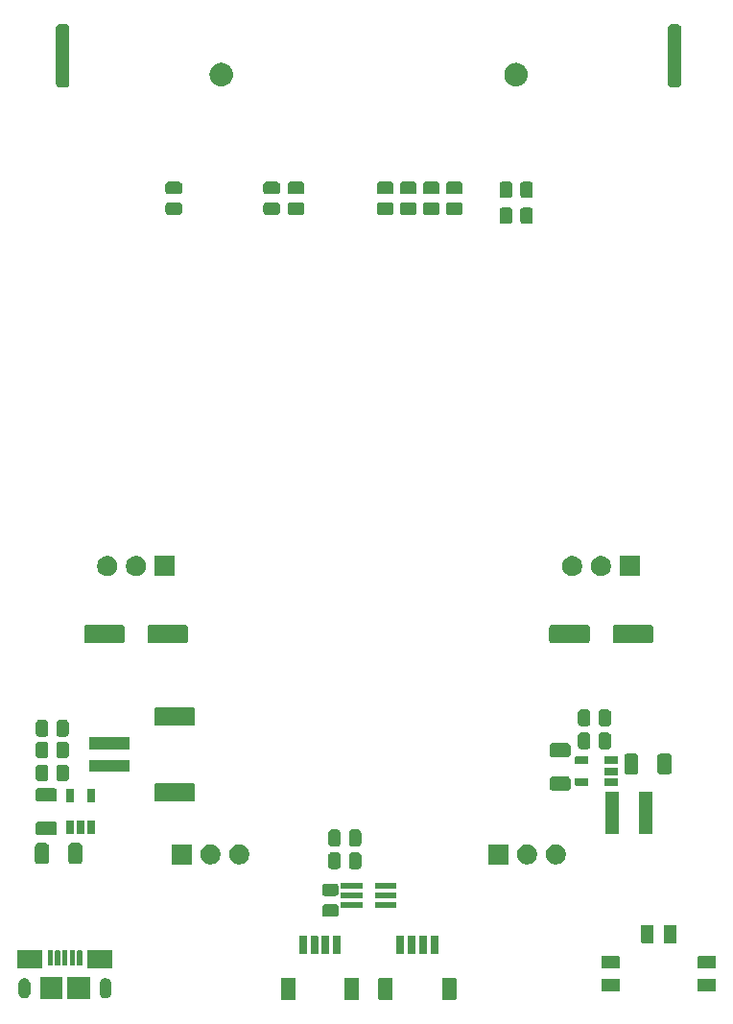
<source format=gbr>
%TF.GenerationSoftware,KiCad,Pcbnew,9.0.3*%
%TF.CreationDate,2025-08-22T11:29:55-04:00*%
%TF.ProjectId,roversa2,726f7665-7273-4613-922e-6b696361645f,rev?*%
%TF.SameCoordinates,Original*%
%TF.FileFunction,Soldermask,Bot*%
%TF.FilePolarity,Negative*%
%FSLAX46Y46*%
G04 Gerber Fmt 4.6, Leading zero omitted, Abs format (unit mm)*
G04 Created by KiCad (PCBNEW 9.0.3) date 2025-08-22 11:29:55*
%MOMM*%
%LPD*%
G01*
G04 APERTURE LIST*
G04 APERTURE END LIST*
G36*
X93387342Y-146908893D02*
G01*
X93399670Y-146917130D01*
X93407907Y-146929458D01*
X93410800Y-146944000D01*
X93410800Y-148744000D01*
X93407907Y-148758542D01*
X93399670Y-148770870D01*
X93387342Y-148779107D01*
X93372800Y-148782000D01*
X92172800Y-148782000D01*
X92158258Y-148779107D01*
X92145930Y-148770870D01*
X92137693Y-148758542D01*
X92134800Y-148744000D01*
X92134800Y-146944000D01*
X92137693Y-146929458D01*
X92145930Y-146917130D01*
X92158258Y-146908893D01*
X92172800Y-146906000D01*
X93372800Y-146906000D01*
X93387342Y-146908893D01*
G37*
G36*
X98987342Y-146908893D02*
G01*
X98999670Y-146917130D01*
X99007907Y-146929458D01*
X99010800Y-146944000D01*
X99010800Y-148744000D01*
X99007907Y-148758542D01*
X98999670Y-148770870D01*
X98987342Y-148779107D01*
X98972800Y-148782000D01*
X97772800Y-148782000D01*
X97758258Y-148779107D01*
X97745930Y-148770870D01*
X97737693Y-148758542D01*
X97734800Y-148744000D01*
X97734800Y-146944000D01*
X97737693Y-146929458D01*
X97745930Y-146917130D01*
X97758258Y-146908893D01*
X97772800Y-146906000D01*
X98972800Y-146906000D01*
X98987342Y-146908893D01*
G37*
G36*
X101987342Y-146908893D02*
G01*
X101999670Y-146917130D01*
X102007907Y-146929458D01*
X102010800Y-146944000D01*
X102010800Y-148744000D01*
X102007907Y-148758542D01*
X101999670Y-148770870D01*
X101987342Y-148779107D01*
X101972800Y-148782000D01*
X100772800Y-148782000D01*
X100758258Y-148779107D01*
X100745930Y-148770870D01*
X100737693Y-148758542D01*
X100734800Y-148744000D01*
X100734800Y-146944000D01*
X100737693Y-146929458D01*
X100745930Y-146917130D01*
X100758258Y-146908893D01*
X100772800Y-146906000D01*
X101972800Y-146906000D01*
X101987342Y-146908893D01*
G37*
G36*
X107587342Y-146908893D02*
G01*
X107599670Y-146917130D01*
X107607907Y-146929458D01*
X107610800Y-146944000D01*
X107610800Y-148744000D01*
X107607907Y-148758542D01*
X107599670Y-148770870D01*
X107587342Y-148779107D01*
X107572800Y-148782000D01*
X106372800Y-148782000D01*
X106358258Y-148779107D01*
X106345930Y-148770870D01*
X106337693Y-148758542D01*
X106334800Y-148744000D01*
X106334800Y-146944000D01*
X106337693Y-146929458D01*
X106345930Y-146917130D01*
X106358258Y-146908893D01*
X106372800Y-146906000D01*
X107572800Y-146906000D01*
X107587342Y-146908893D01*
G37*
G36*
X72837342Y-146786793D02*
G01*
X72849670Y-146795030D01*
X72857907Y-146807358D01*
X72860800Y-146821900D01*
X72860800Y-148721900D01*
X72857907Y-148736442D01*
X72849670Y-148748770D01*
X72837342Y-148757007D01*
X72822800Y-148759900D01*
X70922800Y-148759900D01*
X70908258Y-148757007D01*
X70895930Y-148748770D01*
X70887693Y-148736442D01*
X70884800Y-148721900D01*
X70884800Y-146821900D01*
X70887693Y-146807358D01*
X70895930Y-146795030D01*
X70908258Y-146786793D01*
X70922800Y-146783900D01*
X72822800Y-146783900D01*
X72837342Y-146786793D01*
G37*
G36*
X75237342Y-146786793D02*
G01*
X75249670Y-146795030D01*
X75257907Y-146807358D01*
X75260800Y-146821900D01*
X75260800Y-148721900D01*
X75257907Y-148736442D01*
X75249670Y-148748770D01*
X75237342Y-148757007D01*
X75222800Y-148759900D01*
X73322800Y-148759900D01*
X73308258Y-148757007D01*
X73295930Y-148748770D01*
X73287693Y-148736442D01*
X73284800Y-148721900D01*
X73284800Y-146821900D01*
X73287693Y-146807358D01*
X73295930Y-146795030D01*
X73308258Y-146786793D01*
X73322800Y-146783900D01*
X75222800Y-146783900D01*
X75237342Y-146786793D01*
G37*
G36*
X69703684Y-146924853D02*
G01*
X69825314Y-146995076D01*
X69924624Y-147094386D01*
X69994847Y-147216016D01*
X70031197Y-147351677D01*
X70035800Y-147421900D01*
X70035800Y-148121900D01*
X70031197Y-148192123D01*
X69994847Y-148327784D01*
X69924624Y-148449414D01*
X69825314Y-148548724D01*
X69703684Y-148618947D01*
X69568023Y-148655297D01*
X69427577Y-148655297D01*
X69291916Y-148618947D01*
X69170286Y-148548724D01*
X69070976Y-148449414D01*
X69000753Y-148327784D01*
X68964403Y-148192123D01*
X68959800Y-148121900D01*
X68959800Y-147421900D01*
X68964403Y-147351677D01*
X69000753Y-147216016D01*
X69070976Y-147094386D01*
X69170286Y-146995076D01*
X69291916Y-146924853D01*
X69427577Y-146888503D01*
X69568023Y-146888503D01*
X69703684Y-146924853D01*
G37*
G36*
X76853684Y-146924853D02*
G01*
X76975314Y-146995076D01*
X77074624Y-147094386D01*
X77144847Y-147216016D01*
X77181197Y-147351677D01*
X77185800Y-147421900D01*
X77185800Y-148121900D01*
X77181197Y-148192123D01*
X77144847Y-148327784D01*
X77074624Y-148449414D01*
X76975314Y-148548724D01*
X76853684Y-148618947D01*
X76718023Y-148655297D01*
X76577577Y-148655297D01*
X76441916Y-148618947D01*
X76320286Y-148548724D01*
X76220976Y-148449414D01*
X76150753Y-148327784D01*
X76114403Y-148192123D01*
X76109800Y-148121900D01*
X76109800Y-147421900D01*
X76114403Y-147351677D01*
X76150753Y-147216016D01*
X76220976Y-147094386D01*
X76320286Y-146995076D01*
X76441916Y-146924853D01*
X76577577Y-146888503D01*
X76718023Y-146888503D01*
X76853684Y-146924853D01*
G37*
G36*
X121987342Y-146964893D02*
G01*
X121999670Y-146973130D01*
X122007907Y-146985458D01*
X122010800Y-147000000D01*
X122010800Y-148000000D01*
X122007907Y-148014542D01*
X121999670Y-148026870D01*
X121987342Y-148035107D01*
X121972800Y-148038000D01*
X120472800Y-148038000D01*
X120458258Y-148035107D01*
X120445930Y-148026870D01*
X120437693Y-148014542D01*
X120434800Y-148000000D01*
X120434800Y-147000000D01*
X120437693Y-146985458D01*
X120445930Y-146973130D01*
X120458258Y-146964893D01*
X120472800Y-146962000D01*
X121972800Y-146962000D01*
X121987342Y-146964893D01*
G37*
G36*
X130487342Y-146964893D02*
G01*
X130499670Y-146973130D01*
X130507907Y-146985458D01*
X130510800Y-147000000D01*
X130510800Y-148000000D01*
X130507907Y-148014542D01*
X130499670Y-148026870D01*
X130487342Y-148035107D01*
X130472800Y-148038000D01*
X128972800Y-148038000D01*
X128958258Y-148035107D01*
X128945930Y-148026870D01*
X128937693Y-148014542D01*
X128934800Y-148000000D01*
X128934800Y-147000000D01*
X128937693Y-146985458D01*
X128945930Y-146973130D01*
X128958258Y-146964893D01*
X128972800Y-146962000D01*
X130472800Y-146962000D01*
X130487342Y-146964893D01*
G37*
G36*
X71037342Y-144386793D02*
G01*
X71049670Y-144395030D01*
X71057907Y-144407358D01*
X71060800Y-144421900D01*
X71060800Y-146021900D01*
X71057907Y-146036442D01*
X71049670Y-146048770D01*
X71037342Y-146057007D01*
X71022800Y-146059900D01*
X68922800Y-146059900D01*
X68908258Y-146057007D01*
X68895930Y-146048770D01*
X68887693Y-146036442D01*
X68884800Y-146021900D01*
X68884800Y-144421900D01*
X68887693Y-144407358D01*
X68895930Y-144395030D01*
X68908258Y-144386793D01*
X68922800Y-144383900D01*
X71022800Y-144383900D01*
X71037342Y-144386793D01*
G37*
G36*
X77237342Y-144386793D02*
G01*
X77249670Y-144395030D01*
X77257907Y-144407358D01*
X77260800Y-144421900D01*
X77260800Y-146021900D01*
X77257907Y-146036442D01*
X77249670Y-146048770D01*
X77237342Y-146057007D01*
X77222800Y-146059900D01*
X75122800Y-146059900D01*
X75108258Y-146057007D01*
X75095930Y-146048770D01*
X75087693Y-146036442D01*
X75084800Y-146021900D01*
X75084800Y-144421900D01*
X75087693Y-144407358D01*
X75095930Y-144395030D01*
X75108258Y-144386793D01*
X75122800Y-144383900D01*
X77222800Y-144383900D01*
X77237342Y-144386793D01*
G37*
G36*
X121987342Y-144964893D02*
G01*
X121999670Y-144973130D01*
X122007907Y-144985458D01*
X122010800Y-145000000D01*
X122010800Y-146000000D01*
X122007907Y-146014542D01*
X121999670Y-146026870D01*
X121987342Y-146035107D01*
X121972800Y-146038000D01*
X120472800Y-146038000D01*
X120458258Y-146035107D01*
X120445930Y-146026870D01*
X120437693Y-146014542D01*
X120434800Y-146000000D01*
X120434800Y-145000000D01*
X120437693Y-144985458D01*
X120445930Y-144973130D01*
X120458258Y-144964893D01*
X120472800Y-144962000D01*
X121972800Y-144962000D01*
X121987342Y-144964893D01*
G37*
G36*
X130487342Y-144964893D02*
G01*
X130499670Y-144973130D01*
X130507907Y-144985458D01*
X130510800Y-145000000D01*
X130510800Y-146000000D01*
X130507907Y-146014542D01*
X130499670Y-146026870D01*
X130487342Y-146035107D01*
X130472800Y-146038000D01*
X128972800Y-146038000D01*
X128958258Y-146035107D01*
X128945930Y-146026870D01*
X128937693Y-146014542D01*
X128934800Y-146000000D01*
X128934800Y-145000000D01*
X128937693Y-144985458D01*
X128945930Y-144973130D01*
X128958258Y-144964893D01*
X128972800Y-144962000D01*
X130472800Y-144962000D01*
X130487342Y-144964893D01*
G37*
G36*
X71925610Y-144394405D02*
G01*
X71970381Y-144424319D01*
X72000295Y-144469090D01*
X72010800Y-144521900D01*
X72010800Y-145671900D01*
X72000295Y-145724710D01*
X71970381Y-145769481D01*
X71925610Y-145799395D01*
X71872800Y-145809900D01*
X71672800Y-145809900D01*
X71619990Y-145799395D01*
X71575219Y-145769481D01*
X71545305Y-145724710D01*
X71534800Y-145671900D01*
X71534800Y-144521900D01*
X71545305Y-144469090D01*
X71575219Y-144424319D01*
X71619990Y-144394405D01*
X71672800Y-144383900D01*
X71872800Y-144383900D01*
X71925610Y-144394405D01*
G37*
G36*
X72575610Y-144394405D02*
G01*
X72620381Y-144424319D01*
X72650295Y-144469090D01*
X72660800Y-144521900D01*
X72660800Y-145671900D01*
X72650295Y-145724710D01*
X72620381Y-145769481D01*
X72575610Y-145799395D01*
X72522800Y-145809900D01*
X72322800Y-145809900D01*
X72269990Y-145799395D01*
X72225219Y-145769481D01*
X72195305Y-145724710D01*
X72184800Y-145671900D01*
X72184800Y-144521900D01*
X72195305Y-144469090D01*
X72225219Y-144424319D01*
X72269990Y-144394405D01*
X72322800Y-144383900D01*
X72522800Y-144383900D01*
X72575610Y-144394405D01*
G37*
G36*
X73225610Y-144394405D02*
G01*
X73270381Y-144424319D01*
X73300295Y-144469090D01*
X73310800Y-144521900D01*
X73310800Y-145671900D01*
X73300295Y-145724710D01*
X73270381Y-145769481D01*
X73225610Y-145799395D01*
X73172800Y-145809900D01*
X72972800Y-145809900D01*
X72919990Y-145799395D01*
X72875219Y-145769481D01*
X72845305Y-145724710D01*
X72834800Y-145671900D01*
X72834800Y-144521900D01*
X72845305Y-144469090D01*
X72875219Y-144424319D01*
X72919990Y-144394405D01*
X72972800Y-144383900D01*
X73172800Y-144383900D01*
X73225610Y-144394405D01*
G37*
G36*
X73875610Y-144394405D02*
G01*
X73920381Y-144424319D01*
X73950295Y-144469090D01*
X73960800Y-144521900D01*
X73960800Y-145671900D01*
X73950295Y-145724710D01*
X73920381Y-145769481D01*
X73875610Y-145799395D01*
X73822800Y-145809900D01*
X73622800Y-145809900D01*
X73569990Y-145799395D01*
X73525219Y-145769481D01*
X73495305Y-145724710D01*
X73484800Y-145671900D01*
X73484800Y-144521900D01*
X73495305Y-144469090D01*
X73525219Y-144424319D01*
X73569990Y-144394405D01*
X73622800Y-144383900D01*
X73822800Y-144383900D01*
X73875610Y-144394405D01*
G37*
G36*
X74525610Y-144394405D02*
G01*
X74570381Y-144424319D01*
X74600295Y-144469090D01*
X74610800Y-144521900D01*
X74610800Y-145671900D01*
X74600295Y-145724710D01*
X74570381Y-145769481D01*
X74525610Y-145799395D01*
X74472800Y-145809900D01*
X74272800Y-145809900D01*
X74219990Y-145799395D01*
X74175219Y-145769481D01*
X74145305Y-145724710D01*
X74134800Y-145671900D01*
X74134800Y-144521900D01*
X74145305Y-144469090D01*
X74175219Y-144424319D01*
X74219990Y-144394405D01*
X74272800Y-144383900D01*
X74472800Y-144383900D01*
X74525610Y-144394405D01*
G37*
G36*
X94387342Y-143158893D02*
G01*
X94399670Y-143167130D01*
X94407907Y-143179458D01*
X94410800Y-143194000D01*
X94410800Y-144744000D01*
X94407907Y-144758542D01*
X94399670Y-144770870D01*
X94387342Y-144779107D01*
X94372800Y-144782000D01*
X93772800Y-144782000D01*
X93758258Y-144779107D01*
X93745930Y-144770870D01*
X93737693Y-144758542D01*
X93734800Y-144744000D01*
X93734800Y-143194000D01*
X93737693Y-143179458D01*
X93745930Y-143167130D01*
X93758258Y-143158893D01*
X93772800Y-143156000D01*
X94372800Y-143156000D01*
X94387342Y-143158893D01*
G37*
G36*
X95387342Y-143158893D02*
G01*
X95399670Y-143167130D01*
X95407907Y-143179458D01*
X95410800Y-143194000D01*
X95410800Y-144744000D01*
X95407907Y-144758542D01*
X95399670Y-144770870D01*
X95387342Y-144779107D01*
X95372800Y-144782000D01*
X94772800Y-144782000D01*
X94758258Y-144779107D01*
X94745930Y-144770870D01*
X94737693Y-144758542D01*
X94734800Y-144744000D01*
X94734800Y-143194000D01*
X94737693Y-143179458D01*
X94745930Y-143167130D01*
X94758258Y-143158893D01*
X94772800Y-143156000D01*
X95372800Y-143156000D01*
X95387342Y-143158893D01*
G37*
G36*
X96387342Y-143158893D02*
G01*
X96399670Y-143167130D01*
X96407907Y-143179458D01*
X96410800Y-143194000D01*
X96410800Y-144744000D01*
X96407907Y-144758542D01*
X96399670Y-144770870D01*
X96387342Y-144779107D01*
X96372800Y-144782000D01*
X95772800Y-144782000D01*
X95758258Y-144779107D01*
X95745930Y-144770870D01*
X95737693Y-144758542D01*
X95734800Y-144744000D01*
X95734800Y-143194000D01*
X95737693Y-143179458D01*
X95745930Y-143167130D01*
X95758258Y-143158893D01*
X95772800Y-143156000D01*
X96372800Y-143156000D01*
X96387342Y-143158893D01*
G37*
G36*
X97387342Y-143158893D02*
G01*
X97399670Y-143167130D01*
X97407907Y-143179458D01*
X97410800Y-143194000D01*
X97410800Y-144744000D01*
X97407907Y-144758542D01*
X97399670Y-144770870D01*
X97387342Y-144779107D01*
X97372800Y-144782000D01*
X96772800Y-144782000D01*
X96758258Y-144779107D01*
X96745930Y-144770870D01*
X96737693Y-144758542D01*
X96734800Y-144744000D01*
X96734800Y-143194000D01*
X96737693Y-143179458D01*
X96745930Y-143167130D01*
X96758258Y-143158893D01*
X96772800Y-143156000D01*
X97372800Y-143156000D01*
X97387342Y-143158893D01*
G37*
G36*
X102987342Y-143158893D02*
G01*
X102999670Y-143167130D01*
X103007907Y-143179458D01*
X103010800Y-143194000D01*
X103010800Y-144744000D01*
X103007907Y-144758542D01*
X102999670Y-144770870D01*
X102987342Y-144779107D01*
X102972800Y-144782000D01*
X102372800Y-144782000D01*
X102358258Y-144779107D01*
X102345930Y-144770870D01*
X102337693Y-144758542D01*
X102334800Y-144744000D01*
X102334800Y-143194000D01*
X102337693Y-143179458D01*
X102345930Y-143167130D01*
X102358258Y-143158893D01*
X102372800Y-143156000D01*
X102972800Y-143156000D01*
X102987342Y-143158893D01*
G37*
G36*
X103987342Y-143158893D02*
G01*
X103999670Y-143167130D01*
X104007907Y-143179458D01*
X104010800Y-143194000D01*
X104010800Y-144744000D01*
X104007907Y-144758542D01*
X103999670Y-144770870D01*
X103987342Y-144779107D01*
X103972800Y-144782000D01*
X103372800Y-144782000D01*
X103358258Y-144779107D01*
X103345930Y-144770870D01*
X103337693Y-144758542D01*
X103334800Y-144744000D01*
X103334800Y-143194000D01*
X103337693Y-143179458D01*
X103345930Y-143167130D01*
X103358258Y-143158893D01*
X103372800Y-143156000D01*
X103972800Y-143156000D01*
X103987342Y-143158893D01*
G37*
G36*
X104987342Y-143158893D02*
G01*
X104999670Y-143167130D01*
X105007907Y-143179458D01*
X105010800Y-143194000D01*
X105010800Y-144744000D01*
X105007907Y-144758542D01*
X104999670Y-144770870D01*
X104987342Y-144779107D01*
X104972800Y-144782000D01*
X104372800Y-144782000D01*
X104358258Y-144779107D01*
X104345930Y-144770870D01*
X104337693Y-144758542D01*
X104334800Y-144744000D01*
X104334800Y-143194000D01*
X104337693Y-143179458D01*
X104345930Y-143167130D01*
X104358258Y-143158893D01*
X104372800Y-143156000D01*
X104972800Y-143156000D01*
X104987342Y-143158893D01*
G37*
G36*
X105987342Y-143158893D02*
G01*
X105999670Y-143167130D01*
X106007907Y-143179458D01*
X106010800Y-143194000D01*
X106010800Y-144744000D01*
X106007907Y-144758542D01*
X105999670Y-144770870D01*
X105987342Y-144779107D01*
X105972800Y-144782000D01*
X105372800Y-144782000D01*
X105358258Y-144779107D01*
X105345930Y-144770870D01*
X105337693Y-144758542D01*
X105334800Y-144744000D01*
X105334800Y-143194000D01*
X105337693Y-143179458D01*
X105345930Y-143167130D01*
X105358258Y-143158893D01*
X105372800Y-143156000D01*
X105972800Y-143156000D01*
X105987342Y-143158893D01*
G37*
G36*
X124987342Y-142214893D02*
G01*
X124999670Y-142223130D01*
X125007907Y-142235458D01*
X125010800Y-142250000D01*
X125010800Y-143750000D01*
X125007907Y-143764542D01*
X124999670Y-143776870D01*
X124987342Y-143785107D01*
X124972800Y-143788000D01*
X123972800Y-143788000D01*
X123958258Y-143785107D01*
X123945930Y-143776870D01*
X123937693Y-143764542D01*
X123934800Y-143750000D01*
X123934800Y-142250000D01*
X123937693Y-142235458D01*
X123945930Y-142223130D01*
X123958258Y-142214893D01*
X123972800Y-142212000D01*
X124972800Y-142212000D01*
X124987342Y-142214893D01*
G37*
G36*
X126987342Y-142214893D02*
G01*
X126999670Y-142223130D01*
X127007907Y-142235458D01*
X127010800Y-142250000D01*
X127010800Y-143750000D01*
X127007907Y-143764542D01*
X126999670Y-143776870D01*
X126987342Y-143785107D01*
X126972800Y-143788000D01*
X125972800Y-143788000D01*
X125958258Y-143785107D01*
X125945930Y-143776870D01*
X125937693Y-143764542D01*
X125934800Y-143750000D01*
X125934800Y-142250000D01*
X125937693Y-142235458D01*
X125945930Y-142223130D01*
X125958258Y-142214893D01*
X125972800Y-142212000D01*
X126972800Y-142212000D01*
X126987342Y-142214893D01*
G37*
G36*
X97015938Y-140369650D02*
G01*
X97020653Y-140371732D01*
X97023326Y-140372084D01*
X97056770Y-140387679D01*
X97112759Y-140412401D01*
X97187599Y-140487241D01*
X97212330Y-140543251D01*
X97227915Y-140576673D01*
X97228266Y-140579343D01*
X97230350Y-140584062D01*
X97238000Y-140650000D01*
X97238000Y-141175000D01*
X97230350Y-141240938D01*
X97228266Y-141245656D01*
X97227915Y-141248326D01*
X97212338Y-141281730D01*
X97187599Y-141337759D01*
X97112759Y-141412599D01*
X97056730Y-141437338D01*
X97023326Y-141452915D01*
X97020656Y-141453266D01*
X97015938Y-141455350D01*
X96950000Y-141463000D01*
X96050000Y-141463000D01*
X95984062Y-141455350D01*
X95979343Y-141453266D01*
X95976673Y-141452915D01*
X95943251Y-141437330D01*
X95887241Y-141412599D01*
X95812401Y-141337759D01*
X95787679Y-141281770D01*
X95772084Y-141248326D01*
X95771732Y-141245653D01*
X95769650Y-141240938D01*
X95762000Y-141175000D01*
X95762000Y-140650000D01*
X95769650Y-140584062D01*
X95771732Y-140579346D01*
X95772084Y-140576673D01*
X95787687Y-140543210D01*
X95812401Y-140487241D01*
X95887241Y-140412401D01*
X95943210Y-140387687D01*
X95976673Y-140372084D01*
X95979346Y-140371732D01*
X95984062Y-140369650D01*
X96050000Y-140362000D01*
X96950000Y-140362000D01*
X97015938Y-140369650D01*
G37*
G36*
X99287342Y-140172693D02*
G01*
X99299670Y-140180930D01*
X99307907Y-140193258D01*
X99310800Y-140207800D01*
X99310800Y-140657800D01*
X99307907Y-140672342D01*
X99299670Y-140684670D01*
X99287342Y-140692907D01*
X99272800Y-140695800D01*
X97472800Y-140695800D01*
X97458258Y-140692907D01*
X97445930Y-140684670D01*
X97437693Y-140672342D01*
X97434800Y-140657800D01*
X97434800Y-140207800D01*
X97437693Y-140193258D01*
X97445930Y-140180930D01*
X97458258Y-140172693D01*
X97472800Y-140169800D01*
X99272800Y-140169800D01*
X99287342Y-140172693D01*
G37*
G36*
X102287342Y-140172693D02*
G01*
X102299670Y-140180930D01*
X102307907Y-140193258D01*
X102310800Y-140207800D01*
X102310800Y-140657800D01*
X102307907Y-140672342D01*
X102299670Y-140684670D01*
X102287342Y-140692907D01*
X102272800Y-140695800D01*
X100472800Y-140695800D01*
X100458258Y-140692907D01*
X100445930Y-140684670D01*
X100437693Y-140672342D01*
X100434800Y-140657800D01*
X100434800Y-140207800D01*
X100437693Y-140193258D01*
X100445930Y-140180930D01*
X100458258Y-140172693D01*
X100472800Y-140169800D01*
X102272800Y-140169800D01*
X102287342Y-140172693D01*
G37*
G36*
X99287342Y-139322693D02*
G01*
X99299670Y-139330930D01*
X99307907Y-139343258D01*
X99310800Y-139357800D01*
X99310800Y-139807800D01*
X99307907Y-139822342D01*
X99299670Y-139834670D01*
X99287342Y-139842907D01*
X99272800Y-139845800D01*
X97472800Y-139845800D01*
X97458258Y-139842907D01*
X97445930Y-139834670D01*
X97437693Y-139822342D01*
X97434800Y-139807800D01*
X97434800Y-139357800D01*
X97437693Y-139343258D01*
X97445930Y-139330930D01*
X97458258Y-139322693D01*
X97472800Y-139319800D01*
X99272800Y-139319800D01*
X99287342Y-139322693D01*
G37*
G36*
X102287342Y-139322693D02*
G01*
X102299670Y-139330930D01*
X102307907Y-139343258D01*
X102310800Y-139357800D01*
X102310800Y-139807800D01*
X102307907Y-139822342D01*
X102299670Y-139834670D01*
X102287342Y-139842907D01*
X102272800Y-139845800D01*
X100472800Y-139845800D01*
X100458258Y-139842907D01*
X100445930Y-139834670D01*
X100437693Y-139822342D01*
X100434800Y-139807800D01*
X100434800Y-139357800D01*
X100437693Y-139343258D01*
X100445930Y-139330930D01*
X100458258Y-139322693D01*
X100472800Y-139319800D01*
X102272800Y-139319800D01*
X102287342Y-139322693D01*
G37*
G36*
X97015938Y-138544650D02*
G01*
X97020653Y-138546732D01*
X97023326Y-138547084D01*
X97056770Y-138562679D01*
X97112759Y-138587401D01*
X97187599Y-138662241D01*
X97212330Y-138718251D01*
X97227915Y-138751673D01*
X97228266Y-138754343D01*
X97230350Y-138759062D01*
X97238000Y-138825000D01*
X97238000Y-139350000D01*
X97230350Y-139415938D01*
X97228266Y-139420656D01*
X97227915Y-139423326D01*
X97212338Y-139456730D01*
X97187599Y-139512759D01*
X97112759Y-139587599D01*
X97056730Y-139612338D01*
X97023326Y-139627915D01*
X97020656Y-139628266D01*
X97015938Y-139630350D01*
X96950000Y-139638000D01*
X96050000Y-139638000D01*
X95984062Y-139630350D01*
X95979343Y-139628266D01*
X95976673Y-139627915D01*
X95943251Y-139612330D01*
X95887241Y-139587599D01*
X95812401Y-139512759D01*
X95787679Y-139456770D01*
X95772084Y-139423326D01*
X95771732Y-139420653D01*
X95769650Y-139415938D01*
X95762000Y-139350000D01*
X95762000Y-138825000D01*
X95769650Y-138759062D01*
X95771732Y-138754346D01*
X95772084Y-138751673D01*
X95787687Y-138718210D01*
X95812401Y-138662241D01*
X95887241Y-138587401D01*
X95943210Y-138562687D01*
X95976673Y-138547084D01*
X95979346Y-138546732D01*
X95984062Y-138544650D01*
X96050000Y-138537000D01*
X96950000Y-138537000D01*
X97015938Y-138544650D01*
G37*
G36*
X99287342Y-138472693D02*
G01*
X99299670Y-138480930D01*
X99307907Y-138493258D01*
X99310800Y-138507800D01*
X99310800Y-138957800D01*
X99307907Y-138972342D01*
X99299670Y-138984670D01*
X99287342Y-138992907D01*
X99272800Y-138995800D01*
X97472800Y-138995800D01*
X97458258Y-138992907D01*
X97445930Y-138984670D01*
X97437693Y-138972342D01*
X97434800Y-138957800D01*
X97434800Y-138507800D01*
X97437693Y-138493258D01*
X97445930Y-138480930D01*
X97458258Y-138472693D01*
X97472800Y-138469800D01*
X99272800Y-138469800D01*
X99287342Y-138472693D01*
G37*
G36*
X102287342Y-138472693D02*
G01*
X102299670Y-138480930D01*
X102307907Y-138493258D01*
X102310800Y-138507800D01*
X102310800Y-138957800D01*
X102307907Y-138972342D01*
X102299670Y-138984670D01*
X102287342Y-138992907D01*
X102272800Y-138995800D01*
X100472800Y-138995800D01*
X100458258Y-138992907D01*
X100445930Y-138984670D01*
X100437693Y-138972342D01*
X100434800Y-138957800D01*
X100434800Y-138507800D01*
X100437693Y-138493258D01*
X100445930Y-138480930D01*
X100458258Y-138472693D01*
X100472800Y-138469800D01*
X102272800Y-138469800D01*
X102287342Y-138472693D01*
G37*
G36*
X97180538Y-135793650D02*
G01*
X97185253Y-135795732D01*
X97187926Y-135796084D01*
X97221370Y-135811679D01*
X97277359Y-135836401D01*
X97352199Y-135911241D01*
X97376930Y-135967251D01*
X97392515Y-136000673D01*
X97392866Y-136003343D01*
X97394950Y-136008062D01*
X97402600Y-136074000D01*
X97402600Y-136974000D01*
X97394950Y-137039938D01*
X97392866Y-137044656D01*
X97392515Y-137047326D01*
X97376938Y-137080730D01*
X97352199Y-137136759D01*
X97277359Y-137211599D01*
X97221330Y-137236338D01*
X97187926Y-137251915D01*
X97185256Y-137252266D01*
X97180538Y-137254350D01*
X97114600Y-137262000D01*
X96589600Y-137262000D01*
X96523662Y-137254350D01*
X96518943Y-137252266D01*
X96516273Y-137251915D01*
X96482851Y-137236330D01*
X96426841Y-137211599D01*
X96352001Y-137136759D01*
X96327279Y-137080770D01*
X96311684Y-137047326D01*
X96311332Y-137044653D01*
X96309250Y-137039938D01*
X96301600Y-136974000D01*
X96301600Y-136074000D01*
X96309250Y-136008062D01*
X96311332Y-136003346D01*
X96311684Y-136000673D01*
X96327287Y-135967210D01*
X96352001Y-135911241D01*
X96426841Y-135836401D01*
X96482810Y-135811687D01*
X96516273Y-135796084D01*
X96518946Y-135795732D01*
X96523662Y-135793650D01*
X96589600Y-135786000D01*
X97114600Y-135786000D01*
X97180538Y-135793650D01*
G37*
G36*
X99005538Y-135793650D02*
G01*
X99010253Y-135795732D01*
X99012926Y-135796084D01*
X99046370Y-135811679D01*
X99102359Y-135836401D01*
X99177199Y-135911241D01*
X99201930Y-135967251D01*
X99217515Y-136000673D01*
X99217866Y-136003343D01*
X99219950Y-136008062D01*
X99227600Y-136074000D01*
X99227600Y-136974000D01*
X99219950Y-137039938D01*
X99217866Y-137044656D01*
X99217515Y-137047326D01*
X99201938Y-137080730D01*
X99177199Y-137136759D01*
X99102359Y-137211599D01*
X99046330Y-137236338D01*
X99012926Y-137251915D01*
X99010256Y-137252266D01*
X99005538Y-137254350D01*
X98939600Y-137262000D01*
X98414600Y-137262000D01*
X98348662Y-137254350D01*
X98343943Y-137252266D01*
X98341273Y-137251915D01*
X98307851Y-137236330D01*
X98251841Y-137211599D01*
X98177001Y-137136759D01*
X98152279Y-137080770D01*
X98136684Y-137047326D01*
X98136332Y-137044653D01*
X98134250Y-137039938D01*
X98126600Y-136974000D01*
X98126600Y-136074000D01*
X98134250Y-136008062D01*
X98136332Y-136003346D01*
X98136684Y-136000673D01*
X98152287Y-135967210D01*
X98177001Y-135911241D01*
X98251841Y-135836401D01*
X98307810Y-135811687D01*
X98341273Y-135796084D01*
X98343946Y-135795732D01*
X98348662Y-135793650D01*
X98414600Y-135786000D01*
X98939600Y-135786000D01*
X99005538Y-135793650D01*
G37*
G36*
X84237342Y-135086793D02*
G01*
X84249670Y-135095030D01*
X84257907Y-135107358D01*
X84260800Y-135121900D01*
X84260800Y-136821900D01*
X84257907Y-136836442D01*
X84249670Y-136848770D01*
X84237342Y-136857007D01*
X84222800Y-136859900D01*
X82522800Y-136859900D01*
X82508258Y-136857007D01*
X82495930Y-136848770D01*
X82487693Y-136836442D01*
X82484800Y-136821900D01*
X82484800Y-135121900D01*
X82487693Y-135107358D01*
X82495930Y-135095030D01*
X82508258Y-135086793D01*
X82522800Y-135083900D01*
X84222800Y-135083900D01*
X84237342Y-135086793D01*
G37*
G36*
X112187342Y-135086793D02*
G01*
X112199670Y-135095030D01*
X112207907Y-135107358D01*
X112210800Y-135121900D01*
X112210800Y-136821900D01*
X112207907Y-136836442D01*
X112199670Y-136848770D01*
X112187342Y-136857007D01*
X112172800Y-136859900D01*
X110472800Y-136859900D01*
X110458258Y-136857007D01*
X110445930Y-136848770D01*
X110437693Y-136836442D01*
X110434800Y-136821900D01*
X110434800Y-135121900D01*
X110437693Y-135107358D01*
X110445930Y-135095030D01*
X110458258Y-135086793D01*
X110472800Y-135083900D01*
X112172800Y-135083900D01*
X112187342Y-135086793D01*
G37*
G36*
X86170573Y-135122137D02*
G01*
X86331400Y-135188754D01*
X86476141Y-135285467D01*
X86599233Y-135408559D01*
X86695946Y-135553300D01*
X86762563Y-135714127D01*
X86796524Y-135884861D01*
X86796524Y-136058939D01*
X86762563Y-136229673D01*
X86695946Y-136390500D01*
X86599233Y-136535241D01*
X86476141Y-136658333D01*
X86331400Y-136755046D01*
X86170573Y-136821663D01*
X85999839Y-136855624D01*
X85825761Y-136855624D01*
X85655027Y-136821663D01*
X85494200Y-136755046D01*
X85349459Y-136658333D01*
X85226367Y-136535241D01*
X85129654Y-136390500D01*
X85063037Y-136229673D01*
X85029076Y-136058939D01*
X85029076Y-135884861D01*
X85063037Y-135714127D01*
X85129654Y-135553300D01*
X85226367Y-135408559D01*
X85349459Y-135285467D01*
X85494200Y-135188754D01*
X85655027Y-135122137D01*
X85825761Y-135088176D01*
X85999839Y-135088176D01*
X86170573Y-135122137D01*
G37*
G36*
X88710573Y-135122137D02*
G01*
X88871400Y-135188754D01*
X89016141Y-135285467D01*
X89139233Y-135408559D01*
X89235946Y-135553300D01*
X89302563Y-135714127D01*
X89336524Y-135884861D01*
X89336524Y-136058939D01*
X89302563Y-136229673D01*
X89235946Y-136390500D01*
X89139233Y-136535241D01*
X89016141Y-136658333D01*
X88871400Y-136755046D01*
X88710573Y-136821663D01*
X88539839Y-136855624D01*
X88365761Y-136855624D01*
X88195027Y-136821663D01*
X88034200Y-136755046D01*
X87889459Y-136658333D01*
X87766367Y-136535241D01*
X87669654Y-136390500D01*
X87603037Y-136229673D01*
X87569076Y-136058939D01*
X87569076Y-135884861D01*
X87603037Y-135714127D01*
X87669654Y-135553300D01*
X87766367Y-135408559D01*
X87889459Y-135285467D01*
X88034200Y-135188754D01*
X88195027Y-135122137D01*
X88365761Y-135088176D01*
X88539839Y-135088176D01*
X88710573Y-135122137D01*
G37*
G36*
X114120573Y-135122137D02*
G01*
X114281400Y-135188754D01*
X114426141Y-135285467D01*
X114549233Y-135408559D01*
X114645946Y-135553300D01*
X114712563Y-135714127D01*
X114746524Y-135884861D01*
X114746524Y-136058939D01*
X114712563Y-136229673D01*
X114645946Y-136390500D01*
X114549233Y-136535241D01*
X114426141Y-136658333D01*
X114281400Y-136755046D01*
X114120573Y-136821663D01*
X113949839Y-136855624D01*
X113775761Y-136855624D01*
X113605027Y-136821663D01*
X113444200Y-136755046D01*
X113299459Y-136658333D01*
X113176367Y-136535241D01*
X113079654Y-136390500D01*
X113013037Y-136229673D01*
X112979076Y-136058939D01*
X112979076Y-135884861D01*
X113013037Y-135714127D01*
X113079654Y-135553300D01*
X113176367Y-135408559D01*
X113299459Y-135285467D01*
X113444200Y-135188754D01*
X113605027Y-135122137D01*
X113775761Y-135088176D01*
X113949839Y-135088176D01*
X114120573Y-135122137D01*
G37*
G36*
X116660573Y-135122137D02*
G01*
X116821400Y-135188754D01*
X116966141Y-135285467D01*
X117089233Y-135408559D01*
X117185946Y-135553300D01*
X117252563Y-135714127D01*
X117286524Y-135884861D01*
X117286524Y-136058939D01*
X117252563Y-136229673D01*
X117185946Y-136390500D01*
X117089233Y-136535241D01*
X116966141Y-136658333D01*
X116821400Y-136755046D01*
X116660573Y-136821663D01*
X116489839Y-136855624D01*
X116315761Y-136855624D01*
X116145027Y-136821663D01*
X115984200Y-136755046D01*
X115839459Y-136658333D01*
X115716367Y-136535241D01*
X115619654Y-136390500D01*
X115553037Y-136229673D01*
X115519076Y-136058939D01*
X115519076Y-135884861D01*
X115553037Y-135714127D01*
X115619654Y-135553300D01*
X115716367Y-135408559D01*
X115839459Y-135285467D01*
X115984200Y-135188754D01*
X116145027Y-135122137D01*
X116315761Y-135088176D01*
X116489839Y-135088176D01*
X116660573Y-135122137D01*
G37*
G36*
X71432938Y-134959650D02*
G01*
X71437653Y-134961732D01*
X71440326Y-134962084D01*
X71473770Y-134977679D01*
X71529759Y-135002401D01*
X71604599Y-135077241D01*
X71629330Y-135133251D01*
X71644915Y-135166673D01*
X71645266Y-135169343D01*
X71647350Y-135174062D01*
X71655000Y-135240000D01*
X71655000Y-136540000D01*
X71647350Y-136605938D01*
X71645266Y-136610656D01*
X71644915Y-136613326D01*
X71629338Y-136646730D01*
X71604599Y-136702759D01*
X71529759Y-136777599D01*
X71473730Y-136802338D01*
X71440326Y-136817915D01*
X71437656Y-136818266D01*
X71432938Y-136820350D01*
X71367000Y-136828000D01*
X70717000Y-136828000D01*
X70651062Y-136820350D01*
X70646343Y-136818266D01*
X70643673Y-136817915D01*
X70610251Y-136802330D01*
X70554241Y-136777599D01*
X70479401Y-136702759D01*
X70454679Y-136646770D01*
X70439084Y-136613326D01*
X70438732Y-136610653D01*
X70436650Y-136605938D01*
X70429000Y-136540000D01*
X70429000Y-135240000D01*
X70436650Y-135174062D01*
X70438732Y-135169346D01*
X70439084Y-135166673D01*
X70454687Y-135133210D01*
X70479401Y-135077241D01*
X70554241Y-135002401D01*
X70610210Y-134977687D01*
X70643673Y-134962084D01*
X70646346Y-134961732D01*
X70651062Y-134959650D01*
X70717000Y-134952000D01*
X71367000Y-134952000D01*
X71432938Y-134959650D01*
G37*
G36*
X74382938Y-134959650D02*
G01*
X74387653Y-134961732D01*
X74390326Y-134962084D01*
X74423770Y-134977679D01*
X74479759Y-135002401D01*
X74554599Y-135077241D01*
X74579330Y-135133251D01*
X74594915Y-135166673D01*
X74595266Y-135169343D01*
X74597350Y-135174062D01*
X74605000Y-135240000D01*
X74605000Y-136540000D01*
X74597350Y-136605938D01*
X74595266Y-136610656D01*
X74594915Y-136613326D01*
X74579338Y-136646730D01*
X74554599Y-136702759D01*
X74479759Y-136777599D01*
X74423730Y-136802338D01*
X74390326Y-136817915D01*
X74387656Y-136818266D01*
X74382938Y-136820350D01*
X74317000Y-136828000D01*
X73667000Y-136828000D01*
X73601062Y-136820350D01*
X73596343Y-136818266D01*
X73593673Y-136817915D01*
X73560251Y-136802330D01*
X73504241Y-136777599D01*
X73429401Y-136702759D01*
X73404679Y-136646770D01*
X73389084Y-136613326D01*
X73388732Y-136610653D01*
X73386650Y-136605938D01*
X73379000Y-136540000D01*
X73379000Y-135240000D01*
X73386650Y-135174062D01*
X73388732Y-135169346D01*
X73389084Y-135166673D01*
X73404687Y-135133210D01*
X73429401Y-135077241D01*
X73504241Y-135002401D01*
X73560210Y-134977687D01*
X73593673Y-134962084D01*
X73596346Y-134961732D01*
X73601062Y-134959650D01*
X73667000Y-134952000D01*
X74317000Y-134952000D01*
X74382938Y-134959650D01*
G37*
G36*
X97180538Y-133787050D02*
G01*
X97185253Y-133789132D01*
X97187926Y-133789484D01*
X97221370Y-133805079D01*
X97277359Y-133829801D01*
X97352199Y-133904641D01*
X97376930Y-133960651D01*
X97392515Y-133994073D01*
X97392866Y-133996743D01*
X97394950Y-134001462D01*
X97402600Y-134067400D01*
X97402600Y-134967400D01*
X97394950Y-135033338D01*
X97392866Y-135038056D01*
X97392515Y-135040726D01*
X97376938Y-135074130D01*
X97352199Y-135130159D01*
X97277359Y-135204999D01*
X97221330Y-135229738D01*
X97187926Y-135245315D01*
X97185256Y-135245666D01*
X97180538Y-135247750D01*
X97114600Y-135255400D01*
X96589600Y-135255400D01*
X96523662Y-135247750D01*
X96518943Y-135245666D01*
X96516273Y-135245315D01*
X96482851Y-135229730D01*
X96426841Y-135204999D01*
X96352001Y-135130159D01*
X96327279Y-135074170D01*
X96311684Y-135040726D01*
X96311332Y-135038053D01*
X96309250Y-135033338D01*
X96301600Y-134967400D01*
X96301600Y-134067400D01*
X96309250Y-134001462D01*
X96311332Y-133996746D01*
X96311684Y-133994073D01*
X96327287Y-133960610D01*
X96352001Y-133904641D01*
X96426841Y-133829801D01*
X96482810Y-133805087D01*
X96516273Y-133789484D01*
X96518946Y-133789132D01*
X96523662Y-133787050D01*
X96589600Y-133779400D01*
X97114600Y-133779400D01*
X97180538Y-133787050D01*
G37*
G36*
X99005538Y-133787050D02*
G01*
X99010253Y-133789132D01*
X99012926Y-133789484D01*
X99046370Y-133805079D01*
X99102359Y-133829801D01*
X99177199Y-133904641D01*
X99201930Y-133960651D01*
X99217515Y-133994073D01*
X99217866Y-133996743D01*
X99219950Y-134001462D01*
X99227600Y-134067400D01*
X99227600Y-134967400D01*
X99219950Y-135033338D01*
X99217866Y-135038056D01*
X99217515Y-135040726D01*
X99201938Y-135074130D01*
X99177199Y-135130159D01*
X99102359Y-135204999D01*
X99046330Y-135229738D01*
X99012926Y-135245315D01*
X99010256Y-135245666D01*
X99005538Y-135247750D01*
X98939600Y-135255400D01*
X98414600Y-135255400D01*
X98348662Y-135247750D01*
X98343943Y-135245666D01*
X98341273Y-135245315D01*
X98307851Y-135229730D01*
X98251841Y-135204999D01*
X98177001Y-135130159D01*
X98152279Y-135074170D01*
X98136684Y-135040726D01*
X98136332Y-135038053D01*
X98134250Y-135033338D01*
X98126600Y-134967400D01*
X98126600Y-134067400D01*
X98134250Y-134001462D01*
X98136332Y-133996746D01*
X98136684Y-133994073D01*
X98152287Y-133960610D01*
X98177001Y-133904641D01*
X98251841Y-133829801D01*
X98307810Y-133805087D01*
X98341273Y-133789484D01*
X98343946Y-133789132D01*
X98348662Y-133787050D01*
X98414600Y-133779400D01*
X98939600Y-133779400D01*
X99005538Y-133787050D01*
G37*
G36*
X72141938Y-133062150D02*
G01*
X72146653Y-133064232D01*
X72149326Y-133064584D01*
X72182770Y-133080179D01*
X72238759Y-133104901D01*
X72313599Y-133179741D01*
X72338330Y-133235751D01*
X72353915Y-133269173D01*
X72354266Y-133271843D01*
X72356350Y-133276562D01*
X72364000Y-133342500D01*
X72364000Y-133992500D01*
X72356350Y-134058438D01*
X72354266Y-134063156D01*
X72353915Y-134065826D01*
X72338338Y-134099230D01*
X72313599Y-134155259D01*
X72238759Y-134230099D01*
X72182730Y-134254838D01*
X72149326Y-134270415D01*
X72146656Y-134270766D01*
X72141938Y-134272850D01*
X72076000Y-134280500D01*
X70776000Y-134280500D01*
X70710062Y-134272850D01*
X70705343Y-134270766D01*
X70702673Y-134270415D01*
X70669251Y-134254830D01*
X70613241Y-134230099D01*
X70538401Y-134155259D01*
X70513679Y-134099270D01*
X70498084Y-134065826D01*
X70497732Y-134063153D01*
X70495650Y-134058438D01*
X70488000Y-133992500D01*
X70488000Y-133342500D01*
X70495650Y-133276562D01*
X70497732Y-133271846D01*
X70498084Y-133269173D01*
X70513687Y-133235710D01*
X70538401Y-133179741D01*
X70613241Y-133104901D01*
X70669210Y-133080187D01*
X70702673Y-133064584D01*
X70705346Y-133064232D01*
X70710062Y-133062150D01*
X70776000Y-133054500D01*
X72076000Y-133054500D01*
X72141938Y-133062150D01*
G37*
G36*
X121922942Y-130423493D02*
G01*
X121935270Y-130431730D01*
X121943507Y-130444058D01*
X121946400Y-130458600D01*
X121946400Y-134158600D01*
X121943507Y-134173142D01*
X121935270Y-134185470D01*
X121922942Y-134193707D01*
X121908400Y-134196600D01*
X120808400Y-134196600D01*
X120793858Y-134193707D01*
X120781530Y-134185470D01*
X120773293Y-134173142D01*
X120770400Y-134158600D01*
X120770400Y-130458600D01*
X120773293Y-130444058D01*
X120781530Y-130431730D01*
X120793858Y-130423493D01*
X120808400Y-130420600D01*
X121908400Y-130420600D01*
X121922942Y-130423493D01*
G37*
G36*
X124922942Y-130423493D02*
G01*
X124935270Y-130431730D01*
X124943507Y-130444058D01*
X124946400Y-130458600D01*
X124946400Y-134158600D01*
X124943507Y-134173142D01*
X124935270Y-134185470D01*
X124922942Y-134193707D01*
X124908400Y-134196600D01*
X123808400Y-134196600D01*
X123793858Y-134193707D01*
X123781530Y-134185470D01*
X123773293Y-134173142D01*
X123770400Y-134158600D01*
X123770400Y-130458600D01*
X123773293Y-130444058D01*
X123781530Y-130431730D01*
X123793858Y-130423493D01*
X123808400Y-130420600D01*
X124908400Y-130420600D01*
X124922942Y-130423493D01*
G37*
G36*
X73806542Y-133001893D02*
G01*
X73818870Y-133010130D01*
X73827107Y-133022458D01*
X73830000Y-133037000D01*
X73830000Y-134137000D01*
X73827107Y-134151542D01*
X73818870Y-134163870D01*
X73806542Y-134172107D01*
X73792000Y-134175000D01*
X73192000Y-134175000D01*
X73177458Y-134172107D01*
X73165130Y-134163870D01*
X73156893Y-134151542D01*
X73154000Y-134137000D01*
X73154000Y-133037000D01*
X73156893Y-133022458D01*
X73165130Y-133010130D01*
X73177458Y-133001893D01*
X73192000Y-132999000D01*
X73792000Y-132999000D01*
X73806542Y-133001893D01*
G37*
G36*
X74756542Y-133001893D02*
G01*
X74768870Y-133010130D01*
X74777107Y-133022458D01*
X74780000Y-133037000D01*
X74780000Y-134137000D01*
X74777107Y-134151542D01*
X74768870Y-134163870D01*
X74756542Y-134172107D01*
X74742000Y-134175000D01*
X74142000Y-134175000D01*
X74127458Y-134172107D01*
X74115130Y-134163870D01*
X74106893Y-134151542D01*
X74104000Y-134137000D01*
X74104000Y-133037000D01*
X74106893Y-133022458D01*
X74115130Y-133010130D01*
X74127458Y-133001893D01*
X74142000Y-132999000D01*
X74742000Y-132999000D01*
X74756542Y-133001893D01*
G37*
G36*
X75706542Y-133001893D02*
G01*
X75718870Y-133010130D01*
X75727107Y-133022458D01*
X75730000Y-133037000D01*
X75730000Y-134137000D01*
X75727107Y-134151542D01*
X75718870Y-134163870D01*
X75706542Y-134172107D01*
X75692000Y-134175000D01*
X75092000Y-134175000D01*
X75077458Y-134172107D01*
X75065130Y-134163870D01*
X75056893Y-134151542D01*
X75054000Y-134137000D01*
X75054000Y-133037000D01*
X75056893Y-133022458D01*
X75065130Y-133010130D01*
X75077458Y-133001893D01*
X75092000Y-132999000D01*
X75692000Y-132999000D01*
X75706542Y-133001893D01*
G37*
G36*
X73806542Y-130201893D02*
G01*
X73818870Y-130210130D01*
X73827107Y-130222458D01*
X73830000Y-130237000D01*
X73830000Y-131337000D01*
X73827107Y-131351542D01*
X73818870Y-131363870D01*
X73806542Y-131372107D01*
X73792000Y-131375000D01*
X73192000Y-131375000D01*
X73177458Y-131372107D01*
X73165130Y-131363870D01*
X73156893Y-131351542D01*
X73154000Y-131337000D01*
X73154000Y-130237000D01*
X73156893Y-130222458D01*
X73165130Y-130210130D01*
X73177458Y-130201893D01*
X73192000Y-130199000D01*
X73792000Y-130199000D01*
X73806542Y-130201893D01*
G37*
G36*
X75706542Y-130201893D02*
G01*
X75718870Y-130210130D01*
X75727107Y-130222458D01*
X75730000Y-130237000D01*
X75730000Y-131337000D01*
X75727107Y-131351542D01*
X75718870Y-131363870D01*
X75706542Y-131372107D01*
X75692000Y-131375000D01*
X75092000Y-131375000D01*
X75077458Y-131372107D01*
X75065130Y-131363870D01*
X75056893Y-131351542D01*
X75054000Y-131337000D01*
X75054000Y-130237000D01*
X75056893Y-130222458D01*
X75065130Y-130210130D01*
X75077458Y-130201893D01*
X75092000Y-130199000D01*
X75692000Y-130199000D01*
X75706542Y-130201893D01*
G37*
G36*
X72141938Y-130112150D02*
G01*
X72146653Y-130114232D01*
X72149326Y-130114584D01*
X72182770Y-130130179D01*
X72238759Y-130154901D01*
X72313599Y-130229741D01*
X72338330Y-130285751D01*
X72353915Y-130319173D01*
X72354266Y-130321843D01*
X72356350Y-130326562D01*
X72364000Y-130392500D01*
X72364000Y-131042500D01*
X72356350Y-131108438D01*
X72354266Y-131113156D01*
X72353915Y-131115826D01*
X72338338Y-131149230D01*
X72313599Y-131205259D01*
X72238759Y-131280099D01*
X72182730Y-131304838D01*
X72149326Y-131320415D01*
X72146656Y-131320766D01*
X72141938Y-131322850D01*
X72076000Y-131330500D01*
X70776000Y-131330500D01*
X70710062Y-131322850D01*
X70705343Y-131320766D01*
X70702673Y-131320415D01*
X70669251Y-131304830D01*
X70613241Y-131280099D01*
X70538401Y-131205259D01*
X70513679Y-131149270D01*
X70498084Y-131115826D01*
X70497732Y-131113153D01*
X70495650Y-131108438D01*
X70488000Y-131042500D01*
X70488000Y-130392500D01*
X70495650Y-130326562D01*
X70497732Y-130321846D01*
X70498084Y-130319173D01*
X70513687Y-130285710D01*
X70538401Y-130229741D01*
X70613241Y-130154901D01*
X70669210Y-130130187D01*
X70702673Y-130114584D01*
X70705346Y-130114232D01*
X70710062Y-130112150D01*
X70776000Y-130104500D01*
X72076000Y-130104500D01*
X72141938Y-130112150D01*
G37*
G36*
X84467742Y-129720093D02*
G01*
X84480070Y-129728330D01*
X84488307Y-129740658D01*
X84491200Y-129755200D01*
X84491200Y-131255200D01*
X84488307Y-131269742D01*
X84480070Y-131282070D01*
X84467742Y-131290307D01*
X84453200Y-131293200D01*
X81053200Y-131293200D01*
X81038658Y-131290307D01*
X81026330Y-131282070D01*
X81018093Y-131269742D01*
X81015200Y-131255200D01*
X81015200Y-129755200D01*
X81018093Y-129740658D01*
X81026330Y-129728330D01*
X81038658Y-129720093D01*
X81053200Y-129717200D01*
X84453200Y-129717200D01*
X84467742Y-129720093D01*
G37*
G36*
X117478338Y-129114250D02*
G01*
X117483053Y-129116332D01*
X117485726Y-129116684D01*
X117519170Y-129132279D01*
X117575159Y-129157001D01*
X117649999Y-129231841D01*
X117674730Y-129287851D01*
X117690315Y-129321273D01*
X117690666Y-129323943D01*
X117692750Y-129328662D01*
X117700400Y-129394600D01*
X117700400Y-130044600D01*
X117692750Y-130110538D01*
X117690666Y-130115256D01*
X117690315Y-130117926D01*
X117674738Y-130151330D01*
X117649999Y-130207359D01*
X117575159Y-130282199D01*
X117519130Y-130306938D01*
X117485726Y-130322515D01*
X117483056Y-130322866D01*
X117478338Y-130324950D01*
X117412400Y-130332600D01*
X116112400Y-130332600D01*
X116046462Y-130324950D01*
X116041743Y-130322866D01*
X116039073Y-130322515D01*
X116005651Y-130306930D01*
X115949641Y-130282199D01*
X115874801Y-130207359D01*
X115850079Y-130151370D01*
X115834484Y-130117926D01*
X115834132Y-130115253D01*
X115832050Y-130110538D01*
X115824400Y-130044600D01*
X115824400Y-129394600D01*
X115832050Y-129328662D01*
X115834132Y-129323946D01*
X115834484Y-129321273D01*
X115850087Y-129287810D01*
X115874801Y-129231841D01*
X115949641Y-129157001D01*
X116005610Y-129132287D01*
X116039073Y-129116684D01*
X116041746Y-129116332D01*
X116046462Y-129114250D01*
X116112400Y-129106600D01*
X117412400Y-129106600D01*
X117478338Y-129114250D01*
G37*
G36*
X119252742Y-129240493D02*
G01*
X119265070Y-129248730D01*
X119273307Y-129261058D01*
X119276200Y-129275600D01*
X119276200Y-129875600D01*
X119273307Y-129890142D01*
X119265070Y-129902470D01*
X119252742Y-129910707D01*
X119238200Y-129913600D01*
X118138200Y-129913600D01*
X118123658Y-129910707D01*
X118111330Y-129902470D01*
X118103093Y-129890142D01*
X118100200Y-129875600D01*
X118100200Y-129275600D01*
X118103093Y-129261058D01*
X118111330Y-129248730D01*
X118123658Y-129240493D01*
X118138200Y-129237600D01*
X119238200Y-129237600D01*
X119252742Y-129240493D01*
G37*
G36*
X121852742Y-129240493D02*
G01*
X121865070Y-129248730D01*
X121873307Y-129261058D01*
X121876200Y-129275600D01*
X121876200Y-129875600D01*
X121873307Y-129890142D01*
X121865070Y-129902470D01*
X121852742Y-129910707D01*
X121838200Y-129913600D01*
X120738200Y-129913600D01*
X120723658Y-129910707D01*
X120711330Y-129902470D01*
X120703093Y-129890142D01*
X120700200Y-129875600D01*
X120700200Y-129275600D01*
X120703093Y-129261058D01*
X120711330Y-129248730D01*
X120723658Y-129240493D01*
X120738200Y-129237600D01*
X121838200Y-129237600D01*
X121852742Y-129240493D01*
G37*
G36*
X71375338Y-128047650D02*
G01*
X71380053Y-128049732D01*
X71382726Y-128050084D01*
X71416170Y-128065679D01*
X71472159Y-128090401D01*
X71546999Y-128165241D01*
X71571730Y-128221251D01*
X71587315Y-128254673D01*
X71587666Y-128257343D01*
X71589750Y-128262062D01*
X71597400Y-128328000D01*
X71597400Y-129228000D01*
X71589750Y-129293938D01*
X71587666Y-129298656D01*
X71587315Y-129301326D01*
X71571738Y-129334730D01*
X71546999Y-129390759D01*
X71472159Y-129465599D01*
X71416130Y-129490338D01*
X71382726Y-129505915D01*
X71380056Y-129506266D01*
X71375338Y-129508350D01*
X71309400Y-129516000D01*
X70784400Y-129516000D01*
X70718462Y-129508350D01*
X70713743Y-129506266D01*
X70711073Y-129505915D01*
X70677651Y-129490330D01*
X70621641Y-129465599D01*
X70546801Y-129390759D01*
X70522079Y-129334770D01*
X70506484Y-129301326D01*
X70506132Y-129298653D01*
X70504050Y-129293938D01*
X70496400Y-129228000D01*
X70496400Y-128328000D01*
X70504050Y-128262062D01*
X70506132Y-128257346D01*
X70506484Y-128254673D01*
X70522087Y-128221210D01*
X70546801Y-128165241D01*
X70621641Y-128090401D01*
X70677610Y-128065687D01*
X70711073Y-128050084D01*
X70713746Y-128049732D01*
X70718462Y-128047650D01*
X70784400Y-128040000D01*
X71309400Y-128040000D01*
X71375338Y-128047650D01*
G37*
G36*
X73200338Y-128047650D02*
G01*
X73205053Y-128049732D01*
X73207726Y-128050084D01*
X73241170Y-128065679D01*
X73297159Y-128090401D01*
X73371999Y-128165241D01*
X73396730Y-128221251D01*
X73412315Y-128254673D01*
X73412666Y-128257343D01*
X73414750Y-128262062D01*
X73422400Y-128328000D01*
X73422400Y-129228000D01*
X73414750Y-129293938D01*
X73412666Y-129298656D01*
X73412315Y-129301326D01*
X73396738Y-129334730D01*
X73371999Y-129390759D01*
X73297159Y-129465599D01*
X73241130Y-129490338D01*
X73207726Y-129505915D01*
X73205056Y-129506266D01*
X73200338Y-129508350D01*
X73134400Y-129516000D01*
X72609400Y-129516000D01*
X72543462Y-129508350D01*
X72538743Y-129506266D01*
X72536073Y-129505915D01*
X72502651Y-129490330D01*
X72446641Y-129465599D01*
X72371801Y-129390759D01*
X72347079Y-129334770D01*
X72331484Y-129301326D01*
X72331132Y-129298653D01*
X72329050Y-129293938D01*
X72321400Y-129228000D01*
X72321400Y-128328000D01*
X72329050Y-128262062D01*
X72331132Y-128257346D01*
X72331484Y-128254673D01*
X72347087Y-128221210D01*
X72371801Y-128165241D01*
X72446641Y-128090401D01*
X72502610Y-128065687D01*
X72536073Y-128050084D01*
X72538746Y-128049732D01*
X72543462Y-128047650D01*
X72609400Y-128040000D01*
X73134400Y-128040000D01*
X73200338Y-128047650D01*
G37*
G36*
X121852742Y-128290493D02*
G01*
X121865070Y-128298730D01*
X121873307Y-128311058D01*
X121876200Y-128325600D01*
X121876200Y-128925600D01*
X121873307Y-128940142D01*
X121865070Y-128952470D01*
X121852742Y-128960707D01*
X121838200Y-128963600D01*
X120738200Y-128963600D01*
X120723658Y-128960707D01*
X120711330Y-128952470D01*
X120703093Y-128940142D01*
X120700200Y-128925600D01*
X120700200Y-128325600D01*
X120703093Y-128311058D01*
X120711330Y-128298730D01*
X120723658Y-128290493D01*
X120738200Y-128287600D01*
X121838200Y-128287600D01*
X121852742Y-128290493D01*
G37*
G36*
X123425338Y-127060250D02*
G01*
X123430053Y-127062332D01*
X123432726Y-127062684D01*
X123466170Y-127078279D01*
X123522159Y-127103001D01*
X123596999Y-127177841D01*
X123621730Y-127233851D01*
X123637315Y-127267273D01*
X123637666Y-127269943D01*
X123639750Y-127274662D01*
X123647400Y-127340600D01*
X123647400Y-128640600D01*
X123639750Y-128706538D01*
X123637666Y-128711256D01*
X123637315Y-128713926D01*
X123621738Y-128747330D01*
X123596999Y-128803359D01*
X123522159Y-128878199D01*
X123466130Y-128902938D01*
X123432726Y-128918515D01*
X123430056Y-128918866D01*
X123425338Y-128920950D01*
X123359400Y-128928600D01*
X122709400Y-128928600D01*
X122643462Y-128920950D01*
X122638743Y-128918866D01*
X122636073Y-128918515D01*
X122602651Y-128902930D01*
X122546641Y-128878199D01*
X122471801Y-128803359D01*
X122447079Y-128747370D01*
X122431484Y-128713926D01*
X122431132Y-128711253D01*
X122429050Y-128706538D01*
X122421400Y-128640600D01*
X122421400Y-127340600D01*
X122429050Y-127274662D01*
X122431132Y-127269946D01*
X122431484Y-127267273D01*
X122447087Y-127233810D01*
X122471801Y-127177841D01*
X122546641Y-127103001D01*
X122602610Y-127078287D01*
X122636073Y-127062684D01*
X122638746Y-127062332D01*
X122643462Y-127060250D01*
X122709400Y-127052600D01*
X123359400Y-127052600D01*
X123425338Y-127060250D01*
G37*
G36*
X126375338Y-127060250D02*
G01*
X126380053Y-127062332D01*
X126382726Y-127062684D01*
X126416170Y-127078279D01*
X126472159Y-127103001D01*
X126546999Y-127177841D01*
X126571730Y-127233851D01*
X126587315Y-127267273D01*
X126587666Y-127269943D01*
X126589750Y-127274662D01*
X126597400Y-127340600D01*
X126597400Y-128640600D01*
X126589750Y-128706538D01*
X126587666Y-128711256D01*
X126587315Y-128713926D01*
X126571738Y-128747330D01*
X126546999Y-128803359D01*
X126472159Y-128878199D01*
X126416130Y-128902938D01*
X126382726Y-128918515D01*
X126380056Y-128918866D01*
X126375338Y-128920950D01*
X126309400Y-128928600D01*
X125659400Y-128928600D01*
X125593462Y-128920950D01*
X125588743Y-128918866D01*
X125586073Y-128918515D01*
X125552651Y-128902930D01*
X125496641Y-128878199D01*
X125421801Y-128803359D01*
X125397079Y-128747370D01*
X125381484Y-128713926D01*
X125381132Y-128711253D01*
X125379050Y-128706538D01*
X125371400Y-128640600D01*
X125371400Y-127340600D01*
X125379050Y-127274662D01*
X125381132Y-127269946D01*
X125381484Y-127267273D01*
X125397087Y-127233810D01*
X125421801Y-127177841D01*
X125496641Y-127103001D01*
X125552610Y-127078287D01*
X125586073Y-127062684D01*
X125588746Y-127062332D01*
X125593462Y-127060250D01*
X125659400Y-127052600D01*
X126309400Y-127052600D01*
X126375338Y-127060250D01*
G37*
G36*
X78767742Y-127620093D02*
G01*
X78780070Y-127628330D01*
X78788307Y-127640658D01*
X78791200Y-127655200D01*
X78791200Y-128655200D01*
X78788307Y-128669742D01*
X78780070Y-128682070D01*
X78767742Y-128690307D01*
X78753200Y-128693200D01*
X75253200Y-128693200D01*
X75238658Y-128690307D01*
X75226330Y-128682070D01*
X75218093Y-128669742D01*
X75215200Y-128655200D01*
X75215200Y-127655200D01*
X75218093Y-127640658D01*
X75226330Y-127628330D01*
X75238658Y-127620093D01*
X75253200Y-127617200D01*
X78753200Y-127617200D01*
X78767742Y-127620093D01*
G37*
G36*
X119252742Y-127340493D02*
G01*
X119265070Y-127348730D01*
X119273307Y-127361058D01*
X119276200Y-127375600D01*
X119276200Y-127975600D01*
X119273307Y-127990142D01*
X119265070Y-128002470D01*
X119252742Y-128010707D01*
X119238200Y-128013600D01*
X118138200Y-128013600D01*
X118123658Y-128010707D01*
X118111330Y-128002470D01*
X118103093Y-127990142D01*
X118100200Y-127975600D01*
X118100200Y-127375600D01*
X118103093Y-127361058D01*
X118111330Y-127348730D01*
X118123658Y-127340493D01*
X118138200Y-127337600D01*
X119238200Y-127337600D01*
X119252742Y-127340493D01*
G37*
G36*
X121852742Y-127340493D02*
G01*
X121865070Y-127348730D01*
X121873307Y-127361058D01*
X121876200Y-127375600D01*
X121876200Y-127975600D01*
X121873307Y-127990142D01*
X121865070Y-128002470D01*
X121852742Y-128010707D01*
X121838200Y-128013600D01*
X120738200Y-128013600D01*
X120723658Y-128010707D01*
X120711330Y-128002470D01*
X120703093Y-127990142D01*
X120700200Y-127975600D01*
X120700200Y-127375600D01*
X120703093Y-127361058D01*
X120711330Y-127348730D01*
X120723658Y-127340493D01*
X120738200Y-127337600D01*
X121838200Y-127337600D01*
X121852742Y-127340493D01*
G37*
G36*
X71375338Y-126015650D02*
G01*
X71380053Y-126017732D01*
X71382726Y-126018084D01*
X71416170Y-126033679D01*
X71472159Y-126058401D01*
X71546999Y-126133241D01*
X71571730Y-126189251D01*
X71587315Y-126222673D01*
X71587666Y-126225343D01*
X71589750Y-126230062D01*
X71597400Y-126296000D01*
X71597400Y-127196000D01*
X71589750Y-127261938D01*
X71587666Y-127266656D01*
X71587315Y-127269326D01*
X71571738Y-127302730D01*
X71546999Y-127358759D01*
X71472159Y-127433599D01*
X71416130Y-127458338D01*
X71382726Y-127473915D01*
X71380056Y-127474266D01*
X71375338Y-127476350D01*
X71309400Y-127484000D01*
X70784400Y-127484000D01*
X70718462Y-127476350D01*
X70713743Y-127474266D01*
X70711073Y-127473915D01*
X70677651Y-127458330D01*
X70621641Y-127433599D01*
X70546801Y-127358759D01*
X70522079Y-127302770D01*
X70506484Y-127269326D01*
X70506132Y-127266653D01*
X70504050Y-127261938D01*
X70496400Y-127196000D01*
X70496400Y-126296000D01*
X70504050Y-126230062D01*
X70506132Y-126225346D01*
X70506484Y-126222673D01*
X70522087Y-126189210D01*
X70546801Y-126133241D01*
X70621641Y-126058401D01*
X70677610Y-126033687D01*
X70711073Y-126018084D01*
X70713746Y-126017732D01*
X70718462Y-126015650D01*
X70784400Y-126008000D01*
X71309400Y-126008000D01*
X71375338Y-126015650D01*
G37*
G36*
X73200338Y-126015650D02*
G01*
X73205053Y-126017732D01*
X73207726Y-126018084D01*
X73241170Y-126033679D01*
X73297159Y-126058401D01*
X73371999Y-126133241D01*
X73396730Y-126189251D01*
X73412315Y-126222673D01*
X73412666Y-126225343D01*
X73414750Y-126230062D01*
X73422400Y-126296000D01*
X73422400Y-127196000D01*
X73414750Y-127261938D01*
X73412666Y-127266656D01*
X73412315Y-127269326D01*
X73396738Y-127302730D01*
X73371999Y-127358759D01*
X73297159Y-127433599D01*
X73241130Y-127458338D01*
X73207726Y-127473915D01*
X73205056Y-127474266D01*
X73200338Y-127476350D01*
X73134400Y-127484000D01*
X72609400Y-127484000D01*
X72543462Y-127476350D01*
X72538743Y-127474266D01*
X72536073Y-127473915D01*
X72502651Y-127458330D01*
X72446641Y-127433599D01*
X72371801Y-127358759D01*
X72347079Y-127302770D01*
X72331484Y-127269326D01*
X72331132Y-127266653D01*
X72329050Y-127261938D01*
X72321400Y-127196000D01*
X72321400Y-126296000D01*
X72329050Y-126230062D01*
X72331132Y-126225346D01*
X72331484Y-126222673D01*
X72347087Y-126189210D01*
X72371801Y-126133241D01*
X72446641Y-126058401D01*
X72502610Y-126033687D01*
X72536073Y-126018084D01*
X72538746Y-126017732D01*
X72543462Y-126015650D01*
X72609400Y-126008000D01*
X73134400Y-126008000D01*
X73200338Y-126015650D01*
G37*
G36*
X117478338Y-126164250D02*
G01*
X117483053Y-126166332D01*
X117485726Y-126166684D01*
X117519170Y-126182279D01*
X117575159Y-126207001D01*
X117649999Y-126281841D01*
X117674730Y-126337851D01*
X117690315Y-126371273D01*
X117690666Y-126373943D01*
X117692750Y-126378662D01*
X117700400Y-126444600D01*
X117700400Y-127094600D01*
X117692750Y-127160538D01*
X117690666Y-127165256D01*
X117690315Y-127167926D01*
X117674738Y-127201330D01*
X117649999Y-127257359D01*
X117575159Y-127332199D01*
X117519130Y-127356938D01*
X117485726Y-127372515D01*
X117483056Y-127372866D01*
X117478338Y-127374950D01*
X117412400Y-127382600D01*
X116112400Y-127382600D01*
X116046462Y-127374950D01*
X116041743Y-127372866D01*
X116039073Y-127372515D01*
X116005651Y-127356930D01*
X115949641Y-127332199D01*
X115874801Y-127257359D01*
X115850079Y-127201370D01*
X115834484Y-127167926D01*
X115834132Y-127165253D01*
X115832050Y-127160538D01*
X115824400Y-127094600D01*
X115824400Y-126444600D01*
X115832050Y-126378662D01*
X115834132Y-126373946D01*
X115834484Y-126371273D01*
X115850087Y-126337810D01*
X115874801Y-126281841D01*
X115949641Y-126207001D01*
X116005610Y-126182287D01*
X116039073Y-126166684D01*
X116041746Y-126166332D01*
X116046462Y-126164250D01*
X116112400Y-126156600D01*
X117412400Y-126156600D01*
X117478338Y-126164250D01*
G37*
G36*
X119226338Y-125228250D02*
G01*
X119231053Y-125230332D01*
X119233726Y-125230684D01*
X119267170Y-125246279D01*
X119323159Y-125271001D01*
X119397999Y-125345841D01*
X119422730Y-125401851D01*
X119438315Y-125435273D01*
X119438666Y-125437943D01*
X119440750Y-125442662D01*
X119448400Y-125508600D01*
X119448400Y-126408600D01*
X119440750Y-126474538D01*
X119438666Y-126479256D01*
X119438315Y-126481926D01*
X119422738Y-126515330D01*
X119397999Y-126571359D01*
X119323159Y-126646199D01*
X119267130Y-126670938D01*
X119233726Y-126686515D01*
X119231056Y-126686866D01*
X119226338Y-126688950D01*
X119160400Y-126696600D01*
X118635400Y-126696600D01*
X118569462Y-126688950D01*
X118564743Y-126686866D01*
X118562073Y-126686515D01*
X118528651Y-126670930D01*
X118472641Y-126646199D01*
X118397801Y-126571359D01*
X118373079Y-126515370D01*
X118357484Y-126481926D01*
X118357132Y-126479253D01*
X118355050Y-126474538D01*
X118347400Y-126408600D01*
X118347400Y-125508600D01*
X118355050Y-125442662D01*
X118357132Y-125437946D01*
X118357484Y-125435273D01*
X118373087Y-125401810D01*
X118397801Y-125345841D01*
X118472641Y-125271001D01*
X118528610Y-125246287D01*
X118562073Y-125230684D01*
X118564746Y-125230332D01*
X118569462Y-125228250D01*
X118635400Y-125220600D01*
X119160400Y-125220600D01*
X119226338Y-125228250D01*
G37*
G36*
X121051338Y-125228250D02*
G01*
X121056053Y-125230332D01*
X121058726Y-125230684D01*
X121092170Y-125246279D01*
X121148159Y-125271001D01*
X121222999Y-125345841D01*
X121247730Y-125401851D01*
X121263315Y-125435273D01*
X121263666Y-125437943D01*
X121265750Y-125442662D01*
X121273400Y-125508600D01*
X121273400Y-126408600D01*
X121265750Y-126474538D01*
X121263666Y-126479256D01*
X121263315Y-126481926D01*
X121247738Y-126515330D01*
X121222999Y-126571359D01*
X121148159Y-126646199D01*
X121092130Y-126670938D01*
X121058726Y-126686515D01*
X121056056Y-126686866D01*
X121051338Y-126688950D01*
X120985400Y-126696600D01*
X120460400Y-126696600D01*
X120394462Y-126688950D01*
X120389743Y-126686866D01*
X120387073Y-126686515D01*
X120353651Y-126670930D01*
X120297641Y-126646199D01*
X120222801Y-126571359D01*
X120198079Y-126515370D01*
X120182484Y-126481926D01*
X120182132Y-126479253D01*
X120180050Y-126474538D01*
X120172400Y-126408600D01*
X120172400Y-125508600D01*
X120180050Y-125442662D01*
X120182132Y-125437946D01*
X120182484Y-125435273D01*
X120198087Y-125401810D01*
X120222801Y-125345841D01*
X120297641Y-125271001D01*
X120353610Y-125246287D01*
X120387073Y-125230684D01*
X120389746Y-125230332D01*
X120394462Y-125228250D01*
X120460400Y-125220600D01*
X120985400Y-125220600D01*
X121051338Y-125228250D01*
G37*
G36*
X78767742Y-125620093D02*
G01*
X78780070Y-125628330D01*
X78788307Y-125640658D01*
X78791200Y-125655200D01*
X78791200Y-126655200D01*
X78788307Y-126669742D01*
X78780070Y-126682070D01*
X78767742Y-126690307D01*
X78753200Y-126693200D01*
X75253200Y-126693200D01*
X75238658Y-126690307D01*
X75226330Y-126682070D01*
X75218093Y-126669742D01*
X75215200Y-126655200D01*
X75215200Y-125655200D01*
X75218093Y-125640658D01*
X75226330Y-125628330D01*
X75238658Y-125620093D01*
X75253200Y-125617200D01*
X78753200Y-125617200D01*
X78767742Y-125620093D01*
G37*
G36*
X71375338Y-124110650D02*
G01*
X71380053Y-124112732D01*
X71382726Y-124113084D01*
X71416170Y-124128679D01*
X71472159Y-124153401D01*
X71546999Y-124228241D01*
X71571730Y-124284251D01*
X71587315Y-124317673D01*
X71587666Y-124320343D01*
X71589750Y-124325062D01*
X71597400Y-124391000D01*
X71597400Y-125291000D01*
X71589750Y-125356938D01*
X71587666Y-125361656D01*
X71587315Y-125364326D01*
X71571738Y-125397730D01*
X71546999Y-125453759D01*
X71472159Y-125528599D01*
X71416130Y-125553338D01*
X71382726Y-125568915D01*
X71380056Y-125569266D01*
X71375338Y-125571350D01*
X71309400Y-125579000D01*
X70784400Y-125579000D01*
X70718462Y-125571350D01*
X70713743Y-125569266D01*
X70711073Y-125568915D01*
X70677651Y-125553330D01*
X70621641Y-125528599D01*
X70546801Y-125453759D01*
X70522079Y-125397770D01*
X70506484Y-125364326D01*
X70506132Y-125361653D01*
X70504050Y-125356938D01*
X70496400Y-125291000D01*
X70496400Y-124391000D01*
X70504050Y-124325062D01*
X70506132Y-124320346D01*
X70506484Y-124317673D01*
X70522087Y-124284210D01*
X70546801Y-124228241D01*
X70621641Y-124153401D01*
X70677610Y-124128687D01*
X70711073Y-124113084D01*
X70713746Y-124112732D01*
X70718462Y-124110650D01*
X70784400Y-124103000D01*
X71309400Y-124103000D01*
X71375338Y-124110650D01*
G37*
G36*
X73200338Y-124110650D02*
G01*
X73205053Y-124112732D01*
X73207726Y-124113084D01*
X73241170Y-124128679D01*
X73297159Y-124153401D01*
X73371999Y-124228241D01*
X73396730Y-124284251D01*
X73412315Y-124317673D01*
X73412666Y-124320343D01*
X73414750Y-124325062D01*
X73422400Y-124391000D01*
X73422400Y-125291000D01*
X73414750Y-125356938D01*
X73412666Y-125361656D01*
X73412315Y-125364326D01*
X73396738Y-125397730D01*
X73371999Y-125453759D01*
X73297159Y-125528599D01*
X73241130Y-125553338D01*
X73207726Y-125568915D01*
X73205056Y-125569266D01*
X73200338Y-125571350D01*
X73134400Y-125579000D01*
X72609400Y-125579000D01*
X72543462Y-125571350D01*
X72538743Y-125569266D01*
X72536073Y-125568915D01*
X72502651Y-125553330D01*
X72446641Y-125528599D01*
X72371801Y-125453759D01*
X72347079Y-125397770D01*
X72331484Y-125364326D01*
X72331132Y-125361653D01*
X72329050Y-125356938D01*
X72321400Y-125291000D01*
X72321400Y-124391000D01*
X72329050Y-124325062D01*
X72331132Y-124320346D01*
X72331484Y-124317673D01*
X72347087Y-124284210D01*
X72371801Y-124228241D01*
X72446641Y-124153401D01*
X72502610Y-124128687D01*
X72536073Y-124113084D01*
X72538746Y-124112732D01*
X72543462Y-124110650D01*
X72609400Y-124103000D01*
X73134400Y-124103000D01*
X73200338Y-124110650D01*
G37*
G36*
X119226338Y-123196250D02*
G01*
X119231053Y-123198332D01*
X119233726Y-123198684D01*
X119267170Y-123214279D01*
X119323159Y-123239001D01*
X119397999Y-123313841D01*
X119422730Y-123369851D01*
X119438315Y-123403273D01*
X119438666Y-123405943D01*
X119440750Y-123410662D01*
X119448400Y-123476600D01*
X119448400Y-124376600D01*
X119440750Y-124442538D01*
X119438666Y-124447256D01*
X119438315Y-124449926D01*
X119422738Y-124483330D01*
X119397999Y-124539359D01*
X119323159Y-124614199D01*
X119267130Y-124638938D01*
X119233726Y-124654515D01*
X119231056Y-124654866D01*
X119226338Y-124656950D01*
X119160400Y-124664600D01*
X118635400Y-124664600D01*
X118569462Y-124656950D01*
X118564743Y-124654866D01*
X118562073Y-124654515D01*
X118528651Y-124638930D01*
X118472641Y-124614199D01*
X118397801Y-124539359D01*
X118373079Y-124483370D01*
X118357484Y-124449926D01*
X118357132Y-124447253D01*
X118355050Y-124442538D01*
X118347400Y-124376600D01*
X118347400Y-123476600D01*
X118355050Y-123410662D01*
X118357132Y-123405946D01*
X118357484Y-123403273D01*
X118373087Y-123369810D01*
X118397801Y-123313841D01*
X118472641Y-123239001D01*
X118528610Y-123214287D01*
X118562073Y-123198684D01*
X118564746Y-123198332D01*
X118569462Y-123196250D01*
X118635400Y-123188600D01*
X119160400Y-123188600D01*
X119226338Y-123196250D01*
G37*
G36*
X121051338Y-123196250D02*
G01*
X121056053Y-123198332D01*
X121058726Y-123198684D01*
X121092170Y-123214279D01*
X121148159Y-123239001D01*
X121222999Y-123313841D01*
X121247730Y-123369851D01*
X121263315Y-123403273D01*
X121263666Y-123405943D01*
X121265750Y-123410662D01*
X121273400Y-123476600D01*
X121273400Y-124376600D01*
X121265750Y-124442538D01*
X121263666Y-124447256D01*
X121263315Y-124449926D01*
X121247738Y-124483330D01*
X121222999Y-124539359D01*
X121148159Y-124614199D01*
X121092130Y-124638938D01*
X121058726Y-124654515D01*
X121056056Y-124654866D01*
X121051338Y-124656950D01*
X120985400Y-124664600D01*
X120460400Y-124664600D01*
X120394462Y-124656950D01*
X120389743Y-124654866D01*
X120387073Y-124654515D01*
X120353651Y-124638930D01*
X120297641Y-124614199D01*
X120222801Y-124539359D01*
X120198079Y-124483370D01*
X120182484Y-124449926D01*
X120182132Y-124447253D01*
X120180050Y-124442538D01*
X120172400Y-124376600D01*
X120172400Y-123476600D01*
X120180050Y-123410662D01*
X120182132Y-123405946D01*
X120182484Y-123403273D01*
X120198087Y-123369810D01*
X120222801Y-123313841D01*
X120297641Y-123239001D01*
X120353610Y-123214287D01*
X120387073Y-123198684D01*
X120389746Y-123198332D01*
X120394462Y-123196250D01*
X120460400Y-123188600D01*
X120985400Y-123188600D01*
X121051338Y-123196250D01*
G37*
G36*
X84467742Y-123020093D02*
G01*
X84480070Y-123028330D01*
X84488307Y-123040658D01*
X84491200Y-123055200D01*
X84491200Y-124555200D01*
X84488307Y-124569742D01*
X84480070Y-124582070D01*
X84467742Y-124590307D01*
X84453200Y-124593200D01*
X81053200Y-124593200D01*
X81038658Y-124590307D01*
X81026330Y-124582070D01*
X81018093Y-124569742D01*
X81015200Y-124555200D01*
X81015200Y-123055200D01*
X81018093Y-123040658D01*
X81026330Y-123028330D01*
X81038658Y-123020093D01*
X81053200Y-123017200D01*
X84453200Y-123017200D01*
X84467742Y-123020093D01*
G37*
G36*
X78113738Y-115679450D02*
G01*
X78118453Y-115681532D01*
X78121126Y-115681884D01*
X78154570Y-115697479D01*
X78210559Y-115722201D01*
X78285399Y-115797041D01*
X78310130Y-115853051D01*
X78325715Y-115886473D01*
X78326066Y-115889143D01*
X78328150Y-115893862D01*
X78335800Y-115959800D01*
X78335800Y-117059800D01*
X78328150Y-117125738D01*
X78326066Y-117130456D01*
X78325715Y-117133126D01*
X78310138Y-117166530D01*
X78285399Y-117222559D01*
X78210559Y-117297399D01*
X78154530Y-117322138D01*
X78121126Y-117337715D01*
X78118456Y-117338066D01*
X78113738Y-117340150D01*
X78047800Y-117347800D01*
X75047800Y-117347800D01*
X74981862Y-117340150D01*
X74977143Y-117338066D01*
X74974473Y-117337715D01*
X74941051Y-117322130D01*
X74885041Y-117297399D01*
X74810201Y-117222559D01*
X74785479Y-117166570D01*
X74769884Y-117133126D01*
X74769532Y-117130453D01*
X74767450Y-117125738D01*
X74759800Y-117059800D01*
X74759800Y-115959800D01*
X74767450Y-115893862D01*
X74769532Y-115889146D01*
X74769884Y-115886473D01*
X74785487Y-115853010D01*
X74810201Y-115797041D01*
X74885041Y-115722201D01*
X74941010Y-115697487D01*
X74974473Y-115681884D01*
X74977146Y-115681532D01*
X74981862Y-115679450D01*
X75047800Y-115671800D01*
X78047800Y-115671800D01*
X78113738Y-115679450D01*
G37*
G36*
X83713738Y-115679450D02*
G01*
X83718453Y-115681532D01*
X83721126Y-115681884D01*
X83754570Y-115697479D01*
X83810559Y-115722201D01*
X83885399Y-115797041D01*
X83910130Y-115853051D01*
X83925715Y-115886473D01*
X83926066Y-115889143D01*
X83928150Y-115893862D01*
X83935800Y-115959800D01*
X83935800Y-117059800D01*
X83928150Y-117125738D01*
X83926066Y-117130456D01*
X83925715Y-117133126D01*
X83910138Y-117166530D01*
X83885399Y-117222559D01*
X83810559Y-117297399D01*
X83754530Y-117322138D01*
X83721126Y-117337715D01*
X83718456Y-117338066D01*
X83713738Y-117340150D01*
X83647800Y-117347800D01*
X80647800Y-117347800D01*
X80581862Y-117340150D01*
X80577143Y-117338066D01*
X80574473Y-117337715D01*
X80541051Y-117322130D01*
X80485041Y-117297399D01*
X80410201Y-117222559D01*
X80385479Y-117166570D01*
X80369884Y-117133126D01*
X80369532Y-117130453D01*
X80367450Y-117125738D01*
X80359800Y-117059800D01*
X80359800Y-115959800D01*
X80367450Y-115893862D01*
X80369532Y-115889146D01*
X80369884Y-115886473D01*
X80385487Y-115853010D01*
X80410201Y-115797041D01*
X80485041Y-115722201D01*
X80541010Y-115697487D01*
X80574473Y-115681884D01*
X80577146Y-115681532D01*
X80581862Y-115679450D01*
X80647800Y-115671800D01*
X83647800Y-115671800D01*
X83713738Y-115679450D01*
G37*
G36*
X119163738Y-115679450D02*
G01*
X119168453Y-115681532D01*
X119171126Y-115681884D01*
X119204570Y-115697479D01*
X119260559Y-115722201D01*
X119335399Y-115797041D01*
X119360130Y-115853051D01*
X119375715Y-115886473D01*
X119376066Y-115889143D01*
X119378150Y-115893862D01*
X119385800Y-115959800D01*
X119385800Y-117059800D01*
X119378150Y-117125738D01*
X119376066Y-117130456D01*
X119375715Y-117133126D01*
X119360138Y-117166530D01*
X119335399Y-117222559D01*
X119260559Y-117297399D01*
X119204530Y-117322138D01*
X119171126Y-117337715D01*
X119168456Y-117338066D01*
X119163738Y-117340150D01*
X119097800Y-117347800D01*
X116097800Y-117347800D01*
X116031862Y-117340150D01*
X116027143Y-117338066D01*
X116024473Y-117337715D01*
X115991051Y-117322130D01*
X115935041Y-117297399D01*
X115860201Y-117222559D01*
X115835479Y-117166570D01*
X115819884Y-117133126D01*
X115819532Y-117130453D01*
X115817450Y-117125738D01*
X115809800Y-117059800D01*
X115809800Y-115959800D01*
X115817450Y-115893862D01*
X115819532Y-115889146D01*
X115819884Y-115886473D01*
X115835487Y-115853010D01*
X115860201Y-115797041D01*
X115935041Y-115722201D01*
X115991010Y-115697487D01*
X116024473Y-115681884D01*
X116027146Y-115681532D01*
X116031862Y-115679450D01*
X116097800Y-115671800D01*
X119097800Y-115671800D01*
X119163738Y-115679450D01*
G37*
G36*
X124763738Y-115679450D02*
G01*
X124768453Y-115681532D01*
X124771126Y-115681884D01*
X124804570Y-115697479D01*
X124860559Y-115722201D01*
X124935399Y-115797041D01*
X124960130Y-115853051D01*
X124975715Y-115886473D01*
X124976066Y-115889143D01*
X124978150Y-115893862D01*
X124985800Y-115959800D01*
X124985800Y-117059800D01*
X124978150Y-117125738D01*
X124976066Y-117130456D01*
X124975715Y-117133126D01*
X124960138Y-117166530D01*
X124935399Y-117222559D01*
X124860559Y-117297399D01*
X124804530Y-117322138D01*
X124771126Y-117337715D01*
X124768456Y-117338066D01*
X124763738Y-117340150D01*
X124697800Y-117347800D01*
X121697800Y-117347800D01*
X121631862Y-117340150D01*
X121627143Y-117338066D01*
X121624473Y-117337715D01*
X121591051Y-117322130D01*
X121535041Y-117297399D01*
X121460201Y-117222559D01*
X121435479Y-117166570D01*
X121419884Y-117133126D01*
X121419532Y-117130453D01*
X121417450Y-117125738D01*
X121409800Y-117059800D01*
X121409800Y-115959800D01*
X121417450Y-115893862D01*
X121419532Y-115889146D01*
X121419884Y-115886473D01*
X121435487Y-115853010D01*
X121460201Y-115797041D01*
X121535041Y-115722201D01*
X121591010Y-115697487D01*
X121624473Y-115681884D01*
X121627146Y-115681532D01*
X121631862Y-115679450D01*
X121697800Y-115671800D01*
X124697800Y-115671800D01*
X124763738Y-115679450D01*
G37*
G36*
X82737342Y-109636793D02*
G01*
X82749670Y-109645030D01*
X82757907Y-109657358D01*
X82760800Y-109671900D01*
X82760800Y-111371900D01*
X82757907Y-111386442D01*
X82749670Y-111398770D01*
X82737342Y-111407007D01*
X82722800Y-111409900D01*
X81022800Y-111409900D01*
X81008258Y-111407007D01*
X80995930Y-111398770D01*
X80987693Y-111386442D01*
X80984800Y-111371900D01*
X80984800Y-109671900D01*
X80987693Y-109657358D01*
X80995930Y-109645030D01*
X81008258Y-109636793D01*
X81022800Y-109633900D01*
X82722800Y-109633900D01*
X82737342Y-109636793D01*
G37*
G36*
X123787342Y-109636793D02*
G01*
X123799670Y-109645030D01*
X123807907Y-109657358D01*
X123810800Y-109671900D01*
X123810800Y-111371900D01*
X123807907Y-111386442D01*
X123799670Y-111398770D01*
X123787342Y-111407007D01*
X123772800Y-111409900D01*
X122072800Y-111409900D01*
X122058258Y-111407007D01*
X122045930Y-111398770D01*
X122037693Y-111386442D01*
X122034800Y-111371900D01*
X122034800Y-109671900D01*
X122037693Y-109657358D01*
X122045930Y-109645030D01*
X122058258Y-109636793D01*
X122072800Y-109633900D01*
X123772800Y-109633900D01*
X123787342Y-109636793D01*
G37*
G36*
X77050573Y-109672137D02*
G01*
X77211400Y-109738754D01*
X77356141Y-109835467D01*
X77479233Y-109958559D01*
X77575946Y-110103300D01*
X77642563Y-110264127D01*
X77676524Y-110434861D01*
X77676524Y-110608939D01*
X77642563Y-110779673D01*
X77575946Y-110940500D01*
X77479233Y-111085241D01*
X77356141Y-111208333D01*
X77211400Y-111305046D01*
X77050573Y-111371663D01*
X76879839Y-111405624D01*
X76705761Y-111405624D01*
X76535027Y-111371663D01*
X76374200Y-111305046D01*
X76229459Y-111208333D01*
X76106367Y-111085241D01*
X76009654Y-110940500D01*
X75943037Y-110779673D01*
X75909076Y-110608939D01*
X75909076Y-110434861D01*
X75943037Y-110264127D01*
X76009654Y-110103300D01*
X76106367Y-109958559D01*
X76229459Y-109835467D01*
X76374200Y-109738754D01*
X76535027Y-109672137D01*
X76705761Y-109638176D01*
X76879839Y-109638176D01*
X77050573Y-109672137D01*
G37*
G36*
X79590573Y-109672137D02*
G01*
X79751400Y-109738754D01*
X79896141Y-109835467D01*
X80019233Y-109958559D01*
X80115946Y-110103300D01*
X80182563Y-110264127D01*
X80216524Y-110434861D01*
X80216524Y-110608939D01*
X80182563Y-110779673D01*
X80115946Y-110940500D01*
X80019233Y-111085241D01*
X79896141Y-111208333D01*
X79751400Y-111305046D01*
X79590573Y-111371663D01*
X79419839Y-111405624D01*
X79245761Y-111405624D01*
X79075027Y-111371663D01*
X78914200Y-111305046D01*
X78769459Y-111208333D01*
X78646367Y-111085241D01*
X78549654Y-110940500D01*
X78483037Y-110779673D01*
X78449076Y-110608939D01*
X78449076Y-110434861D01*
X78483037Y-110264127D01*
X78549654Y-110103300D01*
X78646367Y-109958559D01*
X78769459Y-109835467D01*
X78914200Y-109738754D01*
X79075027Y-109672137D01*
X79245761Y-109638176D01*
X79419839Y-109638176D01*
X79590573Y-109672137D01*
G37*
G36*
X118100573Y-109672137D02*
G01*
X118261400Y-109738754D01*
X118406141Y-109835467D01*
X118529233Y-109958559D01*
X118625946Y-110103300D01*
X118692563Y-110264127D01*
X118726524Y-110434861D01*
X118726524Y-110608939D01*
X118692563Y-110779673D01*
X118625946Y-110940500D01*
X118529233Y-111085241D01*
X118406141Y-111208333D01*
X118261400Y-111305046D01*
X118100573Y-111371663D01*
X117929839Y-111405624D01*
X117755761Y-111405624D01*
X117585027Y-111371663D01*
X117424200Y-111305046D01*
X117279459Y-111208333D01*
X117156367Y-111085241D01*
X117059654Y-110940500D01*
X116993037Y-110779673D01*
X116959076Y-110608939D01*
X116959076Y-110434861D01*
X116993037Y-110264127D01*
X117059654Y-110103300D01*
X117156367Y-109958559D01*
X117279459Y-109835467D01*
X117424200Y-109738754D01*
X117585027Y-109672137D01*
X117755761Y-109638176D01*
X117929839Y-109638176D01*
X118100573Y-109672137D01*
G37*
G36*
X120640573Y-109672137D02*
G01*
X120801400Y-109738754D01*
X120946141Y-109835467D01*
X121069233Y-109958559D01*
X121165946Y-110103300D01*
X121232563Y-110264127D01*
X121266524Y-110434861D01*
X121266524Y-110608939D01*
X121232563Y-110779673D01*
X121165946Y-110940500D01*
X121069233Y-111085241D01*
X120946141Y-111208333D01*
X120801400Y-111305046D01*
X120640573Y-111371663D01*
X120469839Y-111405624D01*
X120295761Y-111405624D01*
X120125027Y-111371663D01*
X119964200Y-111305046D01*
X119819459Y-111208333D01*
X119696367Y-111085241D01*
X119599654Y-110940500D01*
X119533037Y-110779673D01*
X119499076Y-110608939D01*
X119499076Y-110434861D01*
X119533037Y-110264127D01*
X119599654Y-110103300D01*
X119696367Y-109958559D01*
X119819459Y-109835467D01*
X119964200Y-109738754D01*
X120125027Y-109672137D01*
X120295761Y-109638176D01*
X120469839Y-109638176D01*
X120640573Y-109672137D01*
G37*
G36*
X112318938Y-78882650D02*
G01*
X112323653Y-78884732D01*
X112326326Y-78885084D01*
X112359770Y-78900679D01*
X112415759Y-78925401D01*
X112490599Y-79000241D01*
X112515330Y-79056251D01*
X112530915Y-79089673D01*
X112531266Y-79092343D01*
X112533350Y-79097062D01*
X112541000Y-79163000D01*
X112541000Y-80063000D01*
X112533350Y-80128938D01*
X112531266Y-80133656D01*
X112530915Y-80136326D01*
X112515338Y-80169730D01*
X112490599Y-80225759D01*
X112415759Y-80300599D01*
X112359730Y-80325338D01*
X112326326Y-80340915D01*
X112323656Y-80341266D01*
X112318938Y-80343350D01*
X112253000Y-80351000D01*
X111728000Y-80351000D01*
X111662062Y-80343350D01*
X111657343Y-80341266D01*
X111654673Y-80340915D01*
X111621251Y-80325330D01*
X111565241Y-80300599D01*
X111490401Y-80225759D01*
X111465679Y-80169770D01*
X111450084Y-80136326D01*
X111449732Y-80133653D01*
X111447650Y-80128938D01*
X111440000Y-80063000D01*
X111440000Y-79163000D01*
X111447650Y-79097062D01*
X111449732Y-79092346D01*
X111450084Y-79089673D01*
X111465687Y-79056210D01*
X111490401Y-79000241D01*
X111565241Y-78925401D01*
X111621210Y-78900687D01*
X111654673Y-78885084D01*
X111657346Y-78884732D01*
X111662062Y-78882650D01*
X111728000Y-78875000D01*
X112253000Y-78875000D01*
X112318938Y-78882650D01*
G37*
G36*
X114143938Y-78882650D02*
G01*
X114148653Y-78884732D01*
X114151326Y-78885084D01*
X114184770Y-78900679D01*
X114240759Y-78925401D01*
X114315599Y-79000241D01*
X114340330Y-79056251D01*
X114355915Y-79089673D01*
X114356266Y-79092343D01*
X114358350Y-79097062D01*
X114366000Y-79163000D01*
X114366000Y-80063000D01*
X114358350Y-80128938D01*
X114356266Y-80133656D01*
X114355915Y-80136326D01*
X114340338Y-80169730D01*
X114315599Y-80225759D01*
X114240759Y-80300599D01*
X114184730Y-80325338D01*
X114151326Y-80340915D01*
X114148656Y-80341266D01*
X114143938Y-80343350D01*
X114078000Y-80351000D01*
X113553000Y-80351000D01*
X113487062Y-80343350D01*
X113482343Y-80341266D01*
X113479673Y-80340915D01*
X113446251Y-80325330D01*
X113390241Y-80300599D01*
X113315401Y-80225759D01*
X113290679Y-80169770D01*
X113275084Y-80136326D01*
X113274732Y-80133653D01*
X113272650Y-80128938D01*
X113265000Y-80063000D01*
X113265000Y-79163000D01*
X113272650Y-79097062D01*
X113274732Y-79092346D01*
X113275084Y-79089673D01*
X113290687Y-79056210D01*
X113315401Y-79000241D01*
X113390241Y-78925401D01*
X113446210Y-78900687D01*
X113479673Y-78885084D01*
X113482346Y-78884732D01*
X113487062Y-78882650D01*
X113553000Y-78875000D01*
X114078000Y-78875000D01*
X114143938Y-78882650D01*
G37*
G36*
X83192938Y-78458650D02*
G01*
X83197653Y-78460732D01*
X83200326Y-78461084D01*
X83233770Y-78476679D01*
X83289759Y-78501401D01*
X83364599Y-78576241D01*
X83389330Y-78632251D01*
X83404915Y-78665673D01*
X83405266Y-78668343D01*
X83407350Y-78673062D01*
X83415000Y-78739000D01*
X83415000Y-79264000D01*
X83407350Y-79329938D01*
X83405266Y-79334656D01*
X83404915Y-79337326D01*
X83389338Y-79370730D01*
X83364599Y-79426759D01*
X83289759Y-79501599D01*
X83233730Y-79526338D01*
X83200326Y-79541915D01*
X83197656Y-79542266D01*
X83192938Y-79544350D01*
X83127000Y-79552000D01*
X82227000Y-79552000D01*
X82161062Y-79544350D01*
X82156343Y-79542266D01*
X82153673Y-79541915D01*
X82120251Y-79526330D01*
X82064241Y-79501599D01*
X81989401Y-79426759D01*
X81964679Y-79370770D01*
X81949084Y-79337326D01*
X81948732Y-79334653D01*
X81946650Y-79329938D01*
X81939000Y-79264000D01*
X81939000Y-78739000D01*
X81946650Y-78673062D01*
X81948732Y-78668346D01*
X81949084Y-78665673D01*
X81964687Y-78632210D01*
X81989401Y-78576241D01*
X82064241Y-78501401D01*
X82120210Y-78476687D01*
X82153673Y-78461084D01*
X82156346Y-78460732D01*
X82161062Y-78458650D01*
X82227000Y-78451000D01*
X83127000Y-78451000D01*
X83192938Y-78458650D01*
G37*
G36*
X91828938Y-78458650D02*
G01*
X91833653Y-78460732D01*
X91836326Y-78461084D01*
X91869770Y-78476679D01*
X91925759Y-78501401D01*
X92000599Y-78576241D01*
X92025330Y-78632251D01*
X92040915Y-78665673D01*
X92041266Y-78668343D01*
X92043350Y-78673062D01*
X92051000Y-78739000D01*
X92051000Y-79264000D01*
X92043350Y-79329938D01*
X92041266Y-79334656D01*
X92040915Y-79337326D01*
X92025338Y-79370730D01*
X92000599Y-79426759D01*
X91925759Y-79501599D01*
X91869730Y-79526338D01*
X91836326Y-79541915D01*
X91833656Y-79542266D01*
X91828938Y-79544350D01*
X91763000Y-79552000D01*
X90863000Y-79552000D01*
X90797062Y-79544350D01*
X90792343Y-79542266D01*
X90789673Y-79541915D01*
X90756251Y-79526330D01*
X90700241Y-79501599D01*
X90625401Y-79426759D01*
X90600679Y-79370770D01*
X90585084Y-79337326D01*
X90584732Y-79334653D01*
X90582650Y-79329938D01*
X90575000Y-79264000D01*
X90575000Y-78739000D01*
X90582650Y-78673062D01*
X90584732Y-78668346D01*
X90585084Y-78665673D01*
X90600687Y-78632210D01*
X90625401Y-78576241D01*
X90700241Y-78501401D01*
X90756210Y-78476687D01*
X90789673Y-78461084D01*
X90792346Y-78460732D01*
X90797062Y-78458650D01*
X90863000Y-78451000D01*
X91763000Y-78451000D01*
X91828938Y-78458650D01*
G37*
G36*
X93987938Y-78458650D02*
G01*
X93992653Y-78460732D01*
X93995326Y-78461084D01*
X94028770Y-78476679D01*
X94084759Y-78501401D01*
X94159599Y-78576241D01*
X94184330Y-78632251D01*
X94199915Y-78665673D01*
X94200266Y-78668343D01*
X94202350Y-78673062D01*
X94210000Y-78739000D01*
X94210000Y-79264000D01*
X94202350Y-79329938D01*
X94200266Y-79334656D01*
X94199915Y-79337326D01*
X94184338Y-79370730D01*
X94159599Y-79426759D01*
X94084759Y-79501599D01*
X94028730Y-79526338D01*
X93995326Y-79541915D01*
X93992656Y-79542266D01*
X93987938Y-79544350D01*
X93922000Y-79552000D01*
X93022000Y-79552000D01*
X92956062Y-79544350D01*
X92951343Y-79542266D01*
X92948673Y-79541915D01*
X92915251Y-79526330D01*
X92859241Y-79501599D01*
X92784401Y-79426759D01*
X92759679Y-79370770D01*
X92744084Y-79337326D01*
X92743732Y-79334653D01*
X92741650Y-79329938D01*
X92734000Y-79264000D01*
X92734000Y-78739000D01*
X92741650Y-78673062D01*
X92743732Y-78668346D01*
X92744084Y-78665673D01*
X92759687Y-78632210D01*
X92784401Y-78576241D01*
X92859241Y-78501401D01*
X92915210Y-78476687D01*
X92948673Y-78461084D01*
X92951346Y-78460732D01*
X92956062Y-78458650D01*
X93022000Y-78451000D01*
X93922000Y-78451000D01*
X93987938Y-78458650D01*
G37*
G36*
X101861938Y-78458650D02*
G01*
X101866653Y-78460732D01*
X101869326Y-78461084D01*
X101902770Y-78476679D01*
X101958759Y-78501401D01*
X102033599Y-78576241D01*
X102058330Y-78632251D01*
X102073915Y-78665673D01*
X102074266Y-78668343D01*
X102076350Y-78673062D01*
X102084000Y-78739000D01*
X102084000Y-79264000D01*
X102076350Y-79329938D01*
X102074266Y-79334656D01*
X102073915Y-79337326D01*
X102058338Y-79370730D01*
X102033599Y-79426759D01*
X101958759Y-79501599D01*
X101902730Y-79526338D01*
X101869326Y-79541915D01*
X101866656Y-79542266D01*
X101861938Y-79544350D01*
X101796000Y-79552000D01*
X100896000Y-79552000D01*
X100830062Y-79544350D01*
X100825343Y-79542266D01*
X100822673Y-79541915D01*
X100789251Y-79526330D01*
X100733241Y-79501599D01*
X100658401Y-79426759D01*
X100633679Y-79370770D01*
X100618084Y-79337326D01*
X100617732Y-79334653D01*
X100615650Y-79329938D01*
X100608000Y-79264000D01*
X100608000Y-78739000D01*
X100615650Y-78673062D01*
X100617732Y-78668346D01*
X100618084Y-78665673D01*
X100633687Y-78632210D01*
X100658401Y-78576241D01*
X100733241Y-78501401D01*
X100789210Y-78476687D01*
X100822673Y-78461084D01*
X100825346Y-78460732D01*
X100830062Y-78458650D01*
X100896000Y-78451000D01*
X101796000Y-78451000D01*
X101861938Y-78458650D01*
G37*
G36*
X103893938Y-78458650D02*
G01*
X103898653Y-78460732D01*
X103901326Y-78461084D01*
X103934770Y-78476679D01*
X103990759Y-78501401D01*
X104065599Y-78576241D01*
X104090330Y-78632251D01*
X104105915Y-78665673D01*
X104106266Y-78668343D01*
X104108350Y-78673062D01*
X104116000Y-78739000D01*
X104116000Y-79264000D01*
X104108350Y-79329938D01*
X104106266Y-79334656D01*
X104105915Y-79337326D01*
X104090338Y-79370730D01*
X104065599Y-79426759D01*
X103990759Y-79501599D01*
X103934730Y-79526338D01*
X103901326Y-79541915D01*
X103898656Y-79542266D01*
X103893938Y-79544350D01*
X103828000Y-79552000D01*
X102928000Y-79552000D01*
X102862062Y-79544350D01*
X102857343Y-79542266D01*
X102854673Y-79541915D01*
X102821251Y-79526330D01*
X102765241Y-79501599D01*
X102690401Y-79426759D01*
X102665679Y-79370770D01*
X102650084Y-79337326D01*
X102649732Y-79334653D01*
X102647650Y-79329938D01*
X102640000Y-79264000D01*
X102640000Y-78739000D01*
X102647650Y-78673062D01*
X102649732Y-78668346D01*
X102650084Y-78665673D01*
X102665687Y-78632210D01*
X102690401Y-78576241D01*
X102765241Y-78501401D01*
X102821210Y-78476687D01*
X102854673Y-78461084D01*
X102857346Y-78460732D01*
X102862062Y-78458650D01*
X102928000Y-78451000D01*
X103828000Y-78451000D01*
X103893938Y-78458650D01*
G37*
G36*
X105925938Y-78458650D02*
G01*
X105930653Y-78460732D01*
X105933326Y-78461084D01*
X105966770Y-78476679D01*
X106022759Y-78501401D01*
X106097599Y-78576241D01*
X106122330Y-78632251D01*
X106137915Y-78665673D01*
X106138266Y-78668343D01*
X106140350Y-78673062D01*
X106148000Y-78739000D01*
X106148000Y-79264000D01*
X106140350Y-79329938D01*
X106138266Y-79334656D01*
X106137915Y-79337326D01*
X106122338Y-79370730D01*
X106097599Y-79426759D01*
X106022759Y-79501599D01*
X105966730Y-79526338D01*
X105933326Y-79541915D01*
X105930656Y-79542266D01*
X105925938Y-79544350D01*
X105860000Y-79552000D01*
X104960000Y-79552000D01*
X104894062Y-79544350D01*
X104889343Y-79542266D01*
X104886673Y-79541915D01*
X104853251Y-79526330D01*
X104797241Y-79501599D01*
X104722401Y-79426759D01*
X104697679Y-79370770D01*
X104682084Y-79337326D01*
X104681732Y-79334653D01*
X104679650Y-79329938D01*
X104672000Y-79264000D01*
X104672000Y-78739000D01*
X104679650Y-78673062D01*
X104681732Y-78668346D01*
X104682084Y-78665673D01*
X104697687Y-78632210D01*
X104722401Y-78576241D01*
X104797241Y-78501401D01*
X104853210Y-78476687D01*
X104886673Y-78461084D01*
X104889346Y-78460732D01*
X104894062Y-78458650D01*
X104960000Y-78451000D01*
X105860000Y-78451000D01*
X105925938Y-78458650D01*
G37*
G36*
X107957938Y-78458650D02*
G01*
X107962653Y-78460732D01*
X107965326Y-78461084D01*
X107998770Y-78476679D01*
X108054759Y-78501401D01*
X108129599Y-78576241D01*
X108154330Y-78632251D01*
X108169915Y-78665673D01*
X108170266Y-78668343D01*
X108172350Y-78673062D01*
X108180000Y-78739000D01*
X108180000Y-79264000D01*
X108172350Y-79329938D01*
X108170266Y-79334656D01*
X108169915Y-79337326D01*
X108154338Y-79370730D01*
X108129599Y-79426759D01*
X108054759Y-79501599D01*
X107998730Y-79526338D01*
X107965326Y-79541915D01*
X107962656Y-79542266D01*
X107957938Y-79544350D01*
X107892000Y-79552000D01*
X106992000Y-79552000D01*
X106926062Y-79544350D01*
X106921343Y-79542266D01*
X106918673Y-79541915D01*
X106885251Y-79526330D01*
X106829241Y-79501599D01*
X106754401Y-79426759D01*
X106729679Y-79370770D01*
X106714084Y-79337326D01*
X106713732Y-79334653D01*
X106711650Y-79329938D01*
X106704000Y-79264000D01*
X106704000Y-78739000D01*
X106711650Y-78673062D01*
X106713732Y-78668346D01*
X106714084Y-78665673D01*
X106729687Y-78632210D01*
X106754401Y-78576241D01*
X106829241Y-78501401D01*
X106885210Y-78476687D01*
X106918673Y-78461084D01*
X106921346Y-78460732D01*
X106926062Y-78458650D01*
X106992000Y-78451000D01*
X107892000Y-78451000D01*
X107957938Y-78458650D01*
G37*
G36*
X112318938Y-76596650D02*
G01*
X112323653Y-76598732D01*
X112326326Y-76599084D01*
X112359770Y-76614679D01*
X112415759Y-76639401D01*
X112490599Y-76714241D01*
X112515330Y-76770251D01*
X112530915Y-76803673D01*
X112531266Y-76806343D01*
X112533350Y-76811062D01*
X112541000Y-76877000D01*
X112541000Y-77777000D01*
X112533350Y-77842938D01*
X112531266Y-77847656D01*
X112530915Y-77850326D01*
X112515338Y-77883730D01*
X112490599Y-77939759D01*
X112415759Y-78014599D01*
X112359730Y-78039338D01*
X112326326Y-78054915D01*
X112323656Y-78055266D01*
X112318938Y-78057350D01*
X112253000Y-78065000D01*
X111728000Y-78065000D01*
X111662062Y-78057350D01*
X111657343Y-78055266D01*
X111654673Y-78054915D01*
X111621251Y-78039330D01*
X111565241Y-78014599D01*
X111490401Y-77939759D01*
X111465679Y-77883770D01*
X111450084Y-77850326D01*
X111449732Y-77847653D01*
X111447650Y-77842938D01*
X111440000Y-77777000D01*
X111440000Y-76877000D01*
X111447650Y-76811062D01*
X111449732Y-76806346D01*
X111450084Y-76803673D01*
X111465687Y-76770210D01*
X111490401Y-76714241D01*
X111565241Y-76639401D01*
X111621210Y-76614687D01*
X111654673Y-76599084D01*
X111657346Y-76598732D01*
X111662062Y-76596650D01*
X111728000Y-76589000D01*
X112253000Y-76589000D01*
X112318938Y-76596650D01*
G37*
G36*
X114143938Y-76596650D02*
G01*
X114148653Y-76598732D01*
X114151326Y-76599084D01*
X114184770Y-76614679D01*
X114240759Y-76639401D01*
X114315599Y-76714241D01*
X114340330Y-76770251D01*
X114355915Y-76803673D01*
X114356266Y-76806343D01*
X114358350Y-76811062D01*
X114366000Y-76877000D01*
X114366000Y-77777000D01*
X114358350Y-77842938D01*
X114356266Y-77847656D01*
X114355915Y-77850326D01*
X114340338Y-77883730D01*
X114315599Y-77939759D01*
X114240759Y-78014599D01*
X114184730Y-78039338D01*
X114151326Y-78054915D01*
X114148656Y-78055266D01*
X114143938Y-78057350D01*
X114078000Y-78065000D01*
X113553000Y-78065000D01*
X113487062Y-78057350D01*
X113482343Y-78055266D01*
X113479673Y-78054915D01*
X113446251Y-78039330D01*
X113390241Y-78014599D01*
X113315401Y-77939759D01*
X113290679Y-77883770D01*
X113275084Y-77850326D01*
X113274732Y-77847653D01*
X113272650Y-77842938D01*
X113265000Y-77777000D01*
X113265000Y-76877000D01*
X113272650Y-76811062D01*
X113274732Y-76806346D01*
X113275084Y-76803673D01*
X113290687Y-76770210D01*
X113315401Y-76714241D01*
X113390241Y-76639401D01*
X113446210Y-76614687D01*
X113479673Y-76599084D01*
X113482346Y-76598732D01*
X113487062Y-76596650D01*
X113553000Y-76589000D01*
X114078000Y-76589000D01*
X114143938Y-76596650D01*
G37*
G36*
X83192938Y-76633650D02*
G01*
X83197653Y-76635732D01*
X83200326Y-76636084D01*
X83233770Y-76651679D01*
X83289759Y-76676401D01*
X83364599Y-76751241D01*
X83389330Y-76807251D01*
X83404915Y-76840673D01*
X83405266Y-76843343D01*
X83407350Y-76848062D01*
X83415000Y-76914000D01*
X83415000Y-77439000D01*
X83407350Y-77504938D01*
X83405266Y-77509656D01*
X83404915Y-77512326D01*
X83389338Y-77545730D01*
X83364599Y-77601759D01*
X83289759Y-77676599D01*
X83233730Y-77701338D01*
X83200326Y-77716915D01*
X83197656Y-77717266D01*
X83192938Y-77719350D01*
X83127000Y-77727000D01*
X82227000Y-77727000D01*
X82161062Y-77719350D01*
X82156343Y-77717266D01*
X82153673Y-77716915D01*
X82120251Y-77701330D01*
X82064241Y-77676599D01*
X81989401Y-77601759D01*
X81964679Y-77545770D01*
X81949084Y-77512326D01*
X81948732Y-77509653D01*
X81946650Y-77504938D01*
X81939000Y-77439000D01*
X81939000Y-76914000D01*
X81946650Y-76848062D01*
X81948732Y-76843346D01*
X81949084Y-76840673D01*
X81964687Y-76807210D01*
X81989401Y-76751241D01*
X82064241Y-76676401D01*
X82120210Y-76651687D01*
X82153673Y-76636084D01*
X82156346Y-76635732D01*
X82161062Y-76633650D01*
X82227000Y-76626000D01*
X83127000Y-76626000D01*
X83192938Y-76633650D01*
G37*
G36*
X91828938Y-76633650D02*
G01*
X91833653Y-76635732D01*
X91836326Y-76636084D01*
X91869770Y-76651679D01*
X91925759Y-76676401D01*
X92000599Y-76751241D01*
X92025330Y-76807251D01*
X92040915Y-76840673D01*
X92041266Y-76843343D01*
X92043350Y-76848062D01*
X92051000Y-76914000D01*
X92051000Y-77439000D01*
X92043350Y-77504938D01*
X92041266Y-77509656D01*
X92040915Y-77512326D01*
X92025338Y-77545730D01*
X92000599Y-77601759D01*
X91925759Y-77676599D01*
X91869730Y-77701338D01*
X91836326Y-77716915D01*
X91833656Y-77717266D01*
X91828938Y-77719350D01*
X91763000Y-77727000D01*
X90863000Y-77727000D01*
X90797062Y-77719350D01*
X90792343Y-77717266D01*
X90789673Y-77716915D01*
X90756251Y-77701330D01*
X90700241Y-77676599D01*
X90625401Y-77601759D01*
X90600679Y-77545770D01*
X90585084Y-77512326D01*
X90584732Y-77509653D01*
X90582650Y-77504938D01*
X90575000Y-77439000D01*
X90575000Y-76914000D01*
X90582650Y-76848062D01*
X90584732Y-76843346D01*
X90585084Y-76840673D01*
X90600687Y-76807210D01*
X90625401Y-76751241D01*
X90700241Y-76676401D01*
X90756210Y-76651687D01*
X90789673Y-76636084D01*
X90792346Y-76635732D01*
X90797062Y-76633650D01*
X90863000Y-76626000D01*
X91763000Y-76626000D01*
X91828938Y-76633650D01*
G37*
G36*
X93987938Y-76633650D02*
G01*
X93992653Y-76635732D01*
X93995326Y-76636084D01*
X94028770Y-76651679D01*
X94084759Y-76676401D01*
X94159599Y-76751241D01*
X94184330Y-76807251D01*
X94199915Y-76840673D01*
X94200266Y-76843343D01*
X94202350Y-76848062D01*
X94210000Y-76914000D01*
X94210000Y-77439000D01*
X94202350Y-77504938D01*
X94200266Y-77509656D01*
X94199915Y-77512326D01*
X94184338Y-77545730D01*
X94159599Y-77601759D01*
X94084759Y-77676599D01*
X94028730Y-77701338D01*
X93995326Y-77716915D01*
X93992656Y-77717266D01*
X93987938Y-77719350D01*
X93922000Y-77727000D01*
X93022000Y-77727000D01*
X92956062Y-77719350D01*
X92951343Y-77717266D01*
X92948673Y-77716915D01*
X92915251Y-77701330D01*
X92859241Y-77676599D01*
X92784401Y-77601759D01*
X92759679Y-77545770D01*
X92744084Y-77512326D01*
X92743732Y-77509653D01*
X92741650Y-77504938D01*
X92734000Y-77439000D01*
X92734000Y-76914000D01*
X92741650Y-76848062D01*
X92743732Y-76843346D01*
X92744084Y-76840673D01*
X92759687Y-76807210D01*
X92784401Y-76751241D01*
X92859241Y-76676401D01*
X92915210Y-76651687D01*
X92948673Y-76636084D01*
X92951346Y-76635732D01*
X92956062Y-76633650D01*
X93022000Y-76626000D01*
X93922000Y-76626000D01*
X93987938Y-76633650D01*
G37*
G36*
X101861938Y-76633650D02*
G01*
X101866653Y-76635732D01*
X101869326Y-76636084D01*
X101902770Y-76651679D01*
X101958759Y-76676401D01*
X102033599Y-76751241D01*
X102058330Y-76807251D01*
X102073915Y-76840673D01*
X102074266Y-76843343D01*
X102076350Y-76848062D01*
X102084000Y-76914000D01*
X102084000Y-77439000D01*
X102076350Y-77504938D01*
X102074266Y-77509656D01*
X102073915Y-77512326D01*
X102058338Y-77545730D01*
X102033599Y-77601759D01*
X101958759Y-77676599D01*
X101902730Y-77701338D01*
X101869326Y-77716915D01*
X101866656Y-77717266D01*
X101861938Y-77719350D01*
X101796000Y-77727000D01*
X100896000Y-77727000D01*
X100830062Y-77719350D01*
X100825343Y-77717266D01*
X100822673Y-77716915D01*
X100789251Y-77701330D01*
X100733241Y-77676599D01*
X100658401Y-77601759D01*
X100633679Y-77545770D01*
X100618084Y-77512326D01*
X100617732Y-77509653D01*
X100615650Y-77504938D01*
X100608000Y-77439000D01*
X100608000Y-76914000D01*
X100615650Y-76848062D01*
X100617732Y-76843346D01*
X100618084Y-76840673D01*
X100633687Y-76807210D01*
X100658401Y-76751241D01*
X100733241Y-76676401D01*
X100789210Y-76651687D01*
X100822673Y-76636084D01*
X100825346Y-76635732D01*
X100830062Y-76633650D01*
X100896000Y-76626000D01*
X101796000Y-76626000D01*
X101861938Y-76633650D01*
G37*
G36*
X103893938Y-76633650D02*
G01*
X103898653Y-76635732D01*
X103901326Y-76636084D01*
X103934770Y-76651679D01*
X103990759Y-76676401D01*
X104065599Y-76751241D01*
X104090330Y-76807251D01*
X104105915Y-76840673D01*
X104106266Y-76843343D01*
X104108350Y-76848062D01*
X104116000Y-76914000D01*
X104116000Y-77439000D01*
X104108350Y-77504938D01*
X104106266Y-77509656D01*
X104105915Y-77512326D01*
X104090338Y-77545730D01*
X104065599Y-77601759D01*
X103990759Y-77676599D01*
X103934730Y-77701338D01*
X103901326Y-77716915D01*
X103898656Y-77717266D01*
X103893938Y-77719350D01*
X103828000Y-77727000D01*
X102928000Y-77727000D01*
X102862062Y-77719350D01*
X102857343Y-77717266D01*
X102854673Y-77716915D01*
X102821251Y-77701330D01*
X102765241Y-77676599D01*
X102690401Y-77601759D01*
X102665679Y-77545770D01*
X102650084Y-77512326D01*
X102649732Y-77509653D01*
X102647650Y-77504938D01*
X102640000Y-77439000D01*
X102640000Y-76914000D01*
X102647650Y-76848062D01*
X102649732Y-76843346D01*
X102650084Y-76840673D01*
X102665687Y-76807210D01*
X102690401Y-76751241D01*
X102765241Y-76676401D01*
X102821210Y-76651687D01*
X102854673Y-76636084D01*
X102857346Y-76635732D01*
X102862062Y-76633650D01*
X102928000Y-76626000D01*
X103828000Y-76626000D01*
X103893938Y-76633650D01*
G37*
G36*
X105925938Y-76633650D02*
G01*
X105930653Y-76635732D01*
X105933326Y-76636084D01*
X105966770Y-76651679D01*
X106022759Y-76676401D01*
X106097599Y-76751241D01*
X106122330Y-76807251D01*
X106137915Y-76840673D01*
X106138266Y-76843343D01*
X106140350Y-76848062D01*
X106148000Y-76914000D01*
X106148000Y-77439000D01*
X106140350Y-77504938D01*
X106138266Y-77509656D01*
X106137915Y-77512326D01*
X106122338Y-77545730D01*
X106097599Y-77601759D01*
X106022759Y-77676599D01*
X105966730Y-77701338D01*
X105933326Y-77716915D01*
X105930656Y-77717266D01*
X105925938Y-77719350D01*
X105860000Y-77727000D01*
X104960000Y-77727000D01*
X104894062Y-77719350D01*
X104889343Y-77717266D01*
X104886673Y-77716915D01*
X104853251Y-77701330D01*
X104797241Y-77676599D01*
X104722401Y-77601759D01*
X104697679Y-77545770D01*
X104682084Y-77512326D01*
X104681732Y-77509653D01*
X104679650Y-77504938D01*
X104672000Y-77439000D01*
X104672000Y-76914000D01*
X104679650Y-76848062D01*
X104681732Y-76843346D01*
X104682084Y-76840673D01*
X104697687Y-76807210D01*
X104722401Y-76751241D01*
X104797241Y-76676401D01*
X104853210Y-76651687D01*
X104886673Y-76636084D01*
X104889346Y-76635732D01*
X104894062Y-76633650D01*
X104960000Y-76626000D01*
X105860000Y-76626000D01*
X105925938Y-76633650D01*
G37*
G36*
X107957938Y-76633650D02*
G01*
X107962653Y-76635732D01*
X107965326Y-76636084D01*
X107998770Y-76651679D01*
X108054759Y-76676401D01*
X108129599Y-76751241D01*
X108154330Y-76807251D01*
X108169915Y-76840673D01*
X108170266Y-76843343D01*
X108172350Y-76848062D01*
X108180000Y-76914000D01*
X108180000Y-77439000D01*
X108172350Y-77504938D01*
X108170266Y-77509656D01*
X108169915Y-77512326D01*
X108154338Y-77545730D01*
X108129599Y-77601759D01*
X108054759Y-77676599D01*
X107998730Y-77701338D01*
X107965326Y-77716915D01*
X107962656Y-77717266D01*
X107957938Y-77719350D01*
X107892000Y-77727000D01*
X106992000Y-77727000D01*
X106926062Y-77719350D01*
X106921343Y-77717266D01*
X106918673Y-77716915D01*
X106885251Y-77701330D01*
X106829241Y-77676599D01*
X106754401Y-77601759D01*
X106729679Y-77545770D01*
X106714084Y-77512326D01*
X106713732Y-77509653D01*
X106711650Y-77504938D01*
X106704000Y-77439000D01*
X106704000Y-76914000D01*
X106711650Y-76848062D01*
X106713732Y-76843346D01*
X106714084Y-76840673D01*
X106729687Y-76807210D01*
X106754401Y-76751241D01*
X106829241Y-76676401D01*
X106885210Y-76651687D01*
X106918673Y-76636084D01*
X106921346Y-76635732D01*
X106926062Y-76633650D01*
X106992000Y-76626000D01*
X107892000Y-76626000D01*
X107957938Y-76633650D01*
G37*
G36*
X73228810Y-62734565D02*
G01*
X73234005Y-62736987D01*
X73236437Y-62737342D01*
X73270979Y-62754228D01*
X73327329Y-62780505D01*
X73404195Y-62857371D01*
X73430481Y-62913743D01*
X73447357Y-62948262D01*
X73447710Y-62950691D01*
X73450135Y-62955890D01*
X73460800Y-63036900D01*
X73460800Y-67986900D01*
X73450135Y-68067910D01*
X73447710Y-68073108D01*
X73447357Y-68075537D01*
X73430491Y-68110035D01*
X73404195Y-68166429D01*
X73327329Y-68243295D01*
X73270935Y-68269591D01*
X73236437Y-68286457D01*
X73234008Y-68286810D01*
X73228810Y-68289235D01*
X73147800Y-68299900D01*
X72597800Y-68299900D01*
X72516790Y-68289235D01*
X72511591Y-68286810D01*
X72509162Y-68286457D01*
X72474643Y-68269581D01*
X72418271Y-68243295D01*
X72341405Y-68166429D01*
X72315128Y-68110079D01*
X72298242Y-68075537D01*
X72297887Y-68073105D01*
X72295465Y-68067910D01*
X72284800Y-67986900D01*
X72284800Y-63036900D01*
X72295465Y-62955890D01*
X72297887Y-62950694D01*
X72298242Y-62948262D01*
X72315138Y-62913698D01*
X72341405Y-62857371D01*
X72418271Y-62780505D01*
X72474598Y-62754238D01*
X72509162Y-62737342D01*
X72511594Y-62736987D01*
X72516790Y-62734565D01*
X72597800Y-62723900D01*
X73147800Y-62723900D01*
X73228810Y-62734565D01*
G37*
G36*
X127228810Y-62734565D02*
G01*
X127234005Y-62736987D01*
X127236437Y-62737342D01*
X127270979Y-62754228D01*
X127327329Y-62780505D01*
X127404195Y-62857371D01*
X127430481Y-62913743D01*
X127447357Y-62948262D01*
X127447710Y-62950691D01*
X127450135Y-62955890D01*
X127460800Y-63036900D01*
X127460800Y-67986900D01*
X127450135Y-68067910D01*
X127447710Y-68073108D01*
X127447357Y-68075537D01*
X127430491Y-68110035D01*
X127404195Y-68166429D01*
X127327329Y-68243295D01*
X127270935Y-68269591D01*
X127236437Y-68286457D01*
X127234008Y-68286810D01*
X127228810Y-68289235D01*
X127147800Y-68299900D01*
X126597800Y-68299900D01*
X126516790Y-68289235D01*
X126511591Y-68286810D01*
X126509162Y-68286457D01*
X126474643Y-68269581D01*
X126418271Y-68243295D01*
X126341405Y-68166429D01*
X126315128Y-68110079D01*
X126298242Y-68075537D01*
X126297887Y-68073105D01*
X126295465Y-68067910D01*
X126284800Y-67986900D01*
X126284800Y-63036900D01*
X126295465Y-62955890D01*
X126297887Y-62950694D01*
X126298242Y-62948262D01*
X126315138Y-62913698D01*
X126341405Y-62857371D01*
X126418271Y-62780505D01*
X126474598Y-62754238D01*
X126509162Y-62737342D01*
X126511594Y-62736987D01*
X126516790Y-62734565D01*
X126597800Y-62723900D01*
X127147800Y-62723900D01*
X127228810Y-62734565D01*
G37*
G36*
X86964611Y-66138898D02*
G01*
X86974542Y-66138898D01*
X87013340Y-66146615D01*
X87115075Y-66162728D01*
X87147803Y-66173362D01*
X87174115Y-66178596D01*
X87211246Y-66193976D01*
X87269970Y-66213057D01*
X87324985Y-66241088D01*
X87362110Y-66256466D01*
X87384411Y-66271367D01*
X87415069Y-66286988D01*
X87498403Y-66347534D01*
X87531300Y-66369515D01*
X87538321Y-66376536D01*
X87546824Y-66382714D01*
X87661985Y-66497875D01*
X87668162Y-66506377D01*
X87675185Y-66513400D01*
X87697169Y-66546301D01*
X87757711Y-66629630D01*
X87773330Y-66660285D01*
X87788234Y-66682590D01*
X87803613Y-66719719D01*
X87831642Y-66774729D01*
X87850720Y-66833445D01*
X87866104Y-66870585D01*
X87871338Y-66896901D01*
X87881971Y-66929624D01*
X87898083Y-67031354D01*
X87905802Y-67070158D01*
X87905802Y-67080088D01*
X87907446Y-67090468D01*
X87907446Y-67253331D01*
X87905802Y-67263710D01*
X87905802Y-67273642D01*
X87898082Y-67312449D01*
X87881971Y-67414175D01*
X87871339Y-67446895D01*
X87866104Y-67473215D01*
X87850718Y-67510357D01*
X87831642Y-67569070D01*
X87803615Y-67624074D01*
X87788234Y-67661210D01*
X87773328Y-67683517D01*
X87757711Y-67714169D01*
X87697177Y-67797486D01*
X87675185Y-67830400D01*
X87668159Y-67837425D01*
X87661985Y-67845924D01*
X87546824Y-67961085D01*
X87538325Y-67967259D01*
X87531300Y-67974285D01*
X87498386Y-67996277D01*
X87415069Y-68056811D01*
X87384417Y-68072428D01*
X87362110Y-68087334D01*
X87324974Y-68102715D01*
X87269970Y-68130742D01*
X87211257Y-68149818D01*
X87174115Y-68165204D01*
X87147795Y-68170439D01*
X87115075Y-68181071D01*
X87013349Y-68197182D01*
X86974542Y-68204902D01*
X86964611Y-68204902D01*
X86954231Y-68206546D01*
X86791369Y-68206546D01*
X86780989Y-68204902D01*
X86771058Y-68204902D01*
X86732251Y-68197182D01*
X86630524Y-68181071D01*
X86597801Y-68170438D01*
X86571485Y-68165204D01*
X86534345Y-68149820D01*
X86475629Y-68130742D01*
X86420619Y-68102713D01*
X86383490Y-68087334D01*
X86361185Y-68072430D01*
X86330530Y-68056811D01*
X86247201Y-67996269D01*
X86214300Y-67974285D01*
X86207277Y-67967262D01*
X86198775Y-67961085D01*
X86083614Y-67845924D01*
X86077436Y-67837421D01*
X86070415Y-67830400D01*
X86048434Y-67797503D01*
X85987888Y-67714169D01*
X85972267Y-67683511D01*
X85957366Y-67661210D01*
X85941988Y-67624085D01*
X85913957Y-67569070D01*
X85894876Y-67510346D01*
X85879496Y-67473215D01*
X85874262Y-67446903D01*
X85863628Y-67414175D01*
X85847515Y-67312440D01*
X85839798Y-67273642D01*
X85839798Y-67263711D01*
X85838154Y-67253331D01*
X85838154Y-67090468D01*
X85839798Y-67080087D01*
X85839798Y-67070158D01*
X85847514Y-67031363D01*
X85863628Y-66929624D01*
X85874262Y-66896893D01*
X85879496Y-66870585D01*
X85894874Y-66833457D01*
X85913957Y-66774729D01*
X85941990Y-66719709D01*
X85957366Y-66682590D01*
X85972265Y-66660291D01*
X85987888Y-66629630D01*
X86048442Y-66546284D01*
X86070415Y-66513400D01*
X86077434Y-66506380D01*
X86083614Y-66497875D01*
X86198775Y-66382714D01*
X86207280Y-66376534D01*
X86214300Y-66369515D01*
X86247184Y-66347542D01*
X86330530Y-66286988D01*
X86361191Y-66271365D01*
X86383490Y-66256466D01*
X86420609Y-66241090D01*
X86475629Y-66213057D01*
X86534357Y-66193974D01*
X86571485Y-66178596D01*
X86597793Y-66173362D01*
X86630524Y-66162728D01*
X86732260Y-66146615D01*
X86771058Y-66138898D01*
X86780989Y-66138898D01*
X86791369Y-66137254D01*
X86954231Y-66137254D01*
X86964611Y-66138898D01*
G37*
G36*
X112964611Y-66138898D02*
G01*
X112974542Y-66138898D01*
X113013340Y-66146615D01*
X113115075Y-66162728D01*
X113147803Y-66173362D01*
X113174115Y-66178596D01*
X113211246Y-66193976D01*
X113269970Y-66213057D01*
X113324985Y-66241088D01*
X113362110Y-66256466D01*
X113384411Y-66271367D01*
X113415069Y-66286988D01*
X113498403Y-66347534D01*
X113531300Y-66369515D01*
X113538321Y-66376536D01*
X113546824Y-66382714D01*
X113661985Y-66497875D01*
X113668162Y-66506377D01*
X113675185Y-66513400D01*
X113697169Y-66546301D01*
X113757711Y-66629630D01*
X113773330Y-66660285D01*
X113788234Y-66682590D01*
X113803613Y-66719719D01*
X113831642Y-66774729D01*
X113850720Y-66833445D01*
X113866104Y-66870585D01*
X113871338Y-66896901D01*
X113881971Y-66929624D01*
X113898083Y-67031354D01*
X113905802Y-67070158D01*
X113905802Y-67080088D01*
X113907446Y-67090468D01*
X113907446Y-67253331D01*
X113905802Y-67263710D01*
X113905802Y-67273642D01*
X113898082Y-67312449D01*
X113881971Y-67414175D01*
X113871339Y-67446895D01*
X113866104Y-67473215D01*
X113850718Y-67510357D01*
X113831642Y-67569070D01*
X113803615Y-67624074D01*
X113788234Y-67661210D01*
X113773328Y-67683517D01*
X113757711Y-67714169D01*
X113697177Y-67797486D01*
X113675185Y-67830400D01*
X113668159Y-67837425D01*
X113661985Y-67845924D01*
X113546824Y-67961085D01*
X113538325Y-67967259D01*
X113531300Y-67974285D01*
X113498386Y-67996277D01*
X113415069Y-68056811D01*
X113384417Y-68072428D01*
X113362110Y-68087334D01*
X113324974Y-68102715D01*
X113269970Y-68130742D01*
X113211257Y-68149818D01*
X113174115Y-68165204D01*
X113147795Y-68170439D01*
X113115075Y-68181071D01*
X113013349Y-68197182D01*
X112974542Y-68204902D01*
X112964611Y-68204902D01*
X112954231Y-68206546D01*
X112791369Y-68206546D01*
X112780989Y-68204902D01*
X112771058Y-68204902D01*
X112732251Y-68197182D01*
X112630524Y-68181071D01*
X112597801Y-68170438D01*
X112571485Y-68165204D01*
X112534345Y-68149820D01*
X112475629Y-68130742D01*
X112420619Y-68102713D01*
X112383490Y-68087334D01*
X112361185Y-68072430D01*
X112330530Y-68056811D01*
X112247201Y-67996269D01*
X112214300Y-67974285D01*
X112207277Y-67967262D01*
X112198775Y-67961085D01*
X112083614Y-67845924D01*
X112077436Y-67837421D01*
X112070415Y-67830400D01*
X112048434Y-67797503D01*
X111987888Y-67714169D01*
X111972267Y-67683511D01*
X111957366Y-67661210D01*
X111941988Y-67624085D01*
X111913957Y-67569070D01*
X111894876Y-67510346D01*
X111879496Y-67473215D01*
X111874262Y-67446903D01*
X111863628Y-67414175D01*
X111847515Y-67312440D01*
X111839798Y-67273642D01*
X111839798Y-67263711D01*
X111838154Y-67253331D01*
X111838154Y-67090468D01*
X111839798Y-67080087D01*
X111839798Y-67070158D01*
X111847514Y-67031363D01*
X111863628Y-66929624D01*
X111874262Y-66896893D01*
X111879496Y-66870585D01*
X111894874Y-66833457D01*
X111913957Y-66774729D01*
X111941990Y-66719709D01*
X111957366Y-66682590D01*
X111972265Y-66660291D01*
X111987888Y-66629630D01*
X112048442Y-66546284D01*
X112070415Y-66513400D01*
X112077434Y-66506380D01*
X112083614Y-66497875D01*
X112198775Y-66382714D01*
X112207280Y-66376534D01*
X112214300Y-66369515D01*
X112247184Y-66347542D01*
X112330530Y-66286988D01*
X112361191Y-66271365D01*
X112383490Y-66256466D01*
X112420609Y-66241090D01*
X112475629Y-66213057D01*
X112534357Y-66193974D01*
X112571485Y-66178596D01*
X112597793Y-66173362D01*
X112630524Y-66162728D01*
X112732260Y-66146615D01*
X112771058Y-66138898D01*
X112780989Y-66138898D01*
X112791369Y-66137254D01*
X112954231Y-66137254D01*
X112964611Y-66138898D01*
G37*
M02*

</source>
